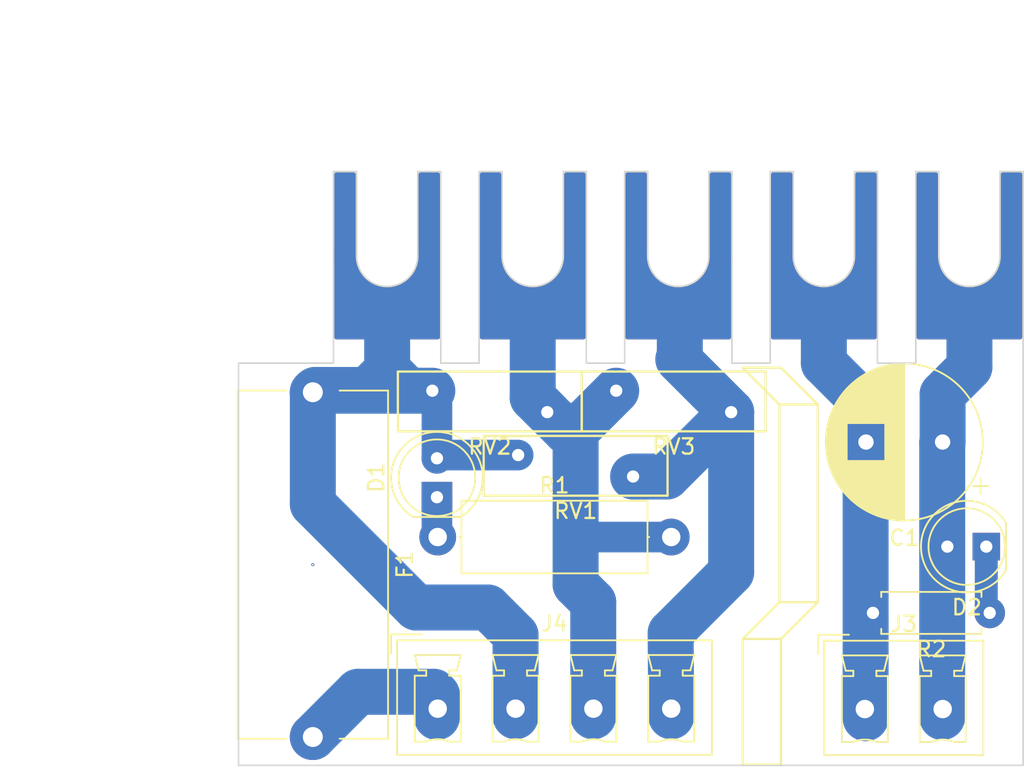
<source format=kicad_pcb>
(kicad_pcb (version 20171130) (host pcbnew 5.1.5+dfsg1-2build2)

  (general
    (thickness 1.6)
    (drawings 119)
    (tracks 60)
    (zones 0)
    (modules 11)
    (nets 9)
  )

  (page A4)
  (title_block
    (title "pcb coupled protection for power supply")
    (date 2022-04-26)
    (rev 2)
    (comment 1 "Tec. Henrique Silva")
    (comment 2 "Adjust mesaures")
  )

  (layers
    (0 F.Cu signal)
    (31 B.Cu signal)
    (32 B.Adhes user)
    (33 F.Adhes user)
    (34 B.Paste user)
    (35 F.Paste user)
    (36 B.SilkS user)
    (37 F.SilkS user)
    (38 B.Mask user)
    (39 F.Mask user)
    (40 Dwgs.User user)
    (41 Cmts.User user)
    (42 Eco1.User user)
    (43 Eco2.User user)
    (44 Edge.Cuts user)
    (45 Margin user)
    (46 B.CrtYd user)
    (47 F.CrtYd user)
    (48 B.Fab user)
    (49 F.Fab user)
  )

  (setup
    (last_trace_width 2)
    (user_trace_width 1.5)
    (user_trace_width 2)
    (user_trace_width 3)
    (user_trace_width 4)
    (user_trace_width 6)
    (trace_clearance 0.2)
    (zone_clearance 0.508)
    (zone_45_only no)
    (trace_min 0.2)
    (via_size 0.8)
    (via_drill 0.4)
    (via_min_size 0.4)
    (via_min_drill 0.3)
    (uvia_size 0.3)
    (uvia_drill 0.1)
    (uvias_allowed no)
    (uvia_min_size 0.2)
    (uvia_min_drill 0.1)
    (edge_width 0.05)
    (segment_width 0.2)
    (pcb_text_width 0.3)
    (pcb_text_size 1.5 1.5)
    (mod_edge_width 0.12)
    (mod_text_size 1 1)
    (mod_text_width 0.15)
    (pad_size 6.5 10.5)
    (pad_drill 4)
    (pad_to_mask_clearance 0.051)
    (solder_mask_min_width 0.25)
    (aux_axis_origin 0 0)
    (visible_elements FFFFFF7F)
    (pcbplotparams
      (layerselection 0x010fc_ffffffff)
      (usegerberextensions false)
      (usegerberattributes false)
      (usegerberadvancedattributes false)
      (creategerberjobfile false)
      (excludeedgelayer true)
      (linewidth 0.100000)
      (plotframeref false)
      (viasonmask false)
      (mode 1)
      (useauxorigin false)
      (hpglpennumber 1)
      (hpglpenspeed 20)
      (hpglpendiameter 15.000000)
      (psnegative false)
      (psa4output false)
      (plotreference true)
      (plotvalue true)
      (plotinvisibletext false)
      (padsonsilk false)
      (subtractmaskfromsilk false)
      (outputformat 1)
      (mirror false)
      (drillshape 1)
      (scaleselection 1)
      (outputdirectory ""))
  )

  (net 0 "")
  (net 1 "Net-(F1-Pad2)")
  (net 2 "Net-(C1-Pad1)")
  (net 3 "Net-(D1-Pad1)")
  (net 4 "Net-(D2-Pad1)")
  (net 5 GND)
  (net 6 "Net-(J4-Pad3)")
  (net 7 /LINE_OUT)
  (net 8 "Net-(J12-Pad1)")

  (net_class Default "This is the default net class."
    (clearance 0.2)
    (trace_width 0.25)
    (via_dia 0.8)
    (via_drill 0.4)
    (uvia_dia 0.3)
    (uvia_drill 0.1)
    (add_net /LINE_OUT)
    (add_net GND)
    (add_net "Net-(C1-Pad1)")
    (add_net "Net-(D1-Pad1)")
    (add_net "Net-(D2-Pad1)")
    (add_net "Net-(F1-Pad2)")
    (add_net "Net-(J12-Pad1)")
    (add_net "Net-(J4-Pad3)")
  )

  (module Connector_Phoenix_MC_HighVoltage:PhoenixContact_MCV_1,5_4-G-5.08_1x04_P5.08mm_Vertical (layer F.Cu) (tedit 5B784ED3) (tstamp 62683338)
    (at 137.9 113.25)
    (descr "Generic Phoenix Contact connector footprint for: MCV_1,5/4-G-5.08; number of pins: 04; pin pitch: 5.08mm; Vertical || order number: 1836312 8A 320V")
    (tags "phoenix_contact connector MCV_01x04_G_5.08mm")
    (path /6269C406)
    (fp_text reference J4 (at 7.62 -5.55) (layer F.SilkS)
      (effects (font (size 1 1) (thickness 0.15)))
    )
    (fp_text value PWR (at 7.62 4.1) (layer F.Fab)
      (effects (font (size 1 1) (thickness 0.15)))
    )
    (fp_text user %R (at 7.62 -3.65) (layer F.Fab)
      (effects (font (size 1 1) (thickness 0.15)))
    )
    (fp_line (start -3.04 -4.85) (end -1.04 -4.85) (layer F.Fab) (width 0.1))
    (fp_line (start -3.04 -3.6) (end -3.04 -4.85) (layer F.Fab) (width 0.1))
    (fp_line (start -3.04 -4.85) (end -1.04 -4.85) (layer F.SilkS) (width 0.12))
    (fp_line (start -3.04 -3.6) (end -3.04 -4.85) (layer F.SilkS) (width 0.12))
    (fp_line (start 18.28 -4.85) (end -3.04 -4.85) (layer F.CrtYd) (width 0.05))
    (fp_line (start 18.28 3.4) (end 18.28 -4.85) (layer F.CrtYd) (width 0.05))
    (fp_line (start -3.04 3.4) (end 18.28 3.4) (layer F.CrtYd) (width 0.05))
    (fp_line (start -3.04 -4.85) (end -3.04 3.4) (layer F.CrtYd) (width 0.05))
    (fp_line (start 16.74 2.15) (end 15.99 2.15) (layer F.SilkS) (width 0.12))
    (fp_line (start 16.74 -2.15) (end 16.74 2.15) (layer F.SilkS) (width 0.12))
    (fp_line (start 15.99 -2.15) (end 16.74 -2.15) (layer F.SilkS) (width 0.12))
    (fp_line (start 15.99 -2.5) (end 15.99 -2.15) (layer F.SilkS) (width 0.12))
    (fp_line (start 16.49 -2.5) (end 15.99 -2.5) (layer F.SilkS) (width 0.12))
    (fp_line (start 16.74 -3.5) (end 16.49 -2.5) (layer F.SilkS) (width 0.12))
    (fp_line (start 13.74 -3.5) (end 16.74 -3.5) (layer F.SilkS) (width 0.12))
    (fp_line (start 13.99 -2.5) (end 13.74 -3.5) (layer F.SilkS) (width 0.12))
    (fp_line (start 14.49 -2.5) (end 13.99 -2.5) (layer F.SilkS) (width 0.12))
    (fp_line (start 14.49 -2.15) (end 14.49 -2.5) (layer F.SilkS) (width 0.12))
    (fp_line (start 13.74 -2.15) (end 14.49 -2.15) (layer F.SilkS) (width 0.12))
    (fp_line (start 13.74 2.15) (end 13.74 -2.15) (layer F.SilkS) (width 0.12))
    (fp_line (start 14.49 2.15) (end 13.74 2.15) (layer F.SilkS) (width 0.12))
    (fp_line (start 11.66 2.15) (end 10.91 2.15) (layer F.SilkS) (width 0.12))
    (fp_line (start 11.66 -2.15) (end 11.66 2.15) (layer F.SilkS) (width 0.12))
    (fp_line (start 10.91 -2.15) (end 11.66 -2.15) (layer F.SilkS) (width 0.12))
    (fp_line (start 10.91 -2.5) (end 10.91 -2.15) (layer F.SilkS) (width 0.12))
    (fp_line (start 11.41 -2.5) (end 10.91 -2.5) (layer F.SilkS) (width 0.12))
    (fp_line (start 11.66 -3.5) (end 11.41 -2.5) (layer F.SilkS) (width 0.12))
    (fp_line (start 8.66 -3.5) (end 11.66 -3.5) (layer F.SilkS) (width 0.12))
    (fp_line (start 8.91 -2.5) (end 8.66 -3.5) (layer F.SilkS) (width 0.12))
    (fp_line (start 9.41 -2.5) (end 8.91 -2.5) (layer F.SilkS) (width 0.12))
    (fp_line (start 9.41 -2.15) (end 9.41 -2.5) (layer F.SilkS) (width 0.12))
    (fp_line (start 8.66 -2.15) (end 9.41 -2.15) (layer F.SilkS) (width 0.12))
    (fp_line (start 8.66 2.15) (end 8.66 -2.15) (layer F.SilkS) (width 0.12))
    (fp_line (start 9.41 2.15) (end 8.66 2.15) (layer F.SilkS) (width 0.12))
    (fp_line (start 6.58 2.15) (end 5.83 2.15) (layer F.SilkS) (width 0.12))
    (fp_line (start 6.58 -2.15) (end 6.58 2.15) (layer F.SilkS) (width 0.12))
    (fp_line (start 5.83 -2.15) (end 6.58 -2.15) (layer F.SilkS) (width 0.12))
    (fp_line (start 5.83 -2.5) (end 5.83 -2.15) (layer F.SilkS) (width 0.12))
    (fp_line (start 6.33 -2.5) (end 5.83 -2.5) (layer F.SilkS) (width 0.12))
    (fp_line (start 6.58 -3.5) (end 6.33 -2.5) (layer F.SilkS) (width 0.12))
    (fp_line (start 3.58 -3.5) (end 6.58 -3.5) (layer F.SilkS) (width 0.12))
    (fp_line (start 3.83 -2.5) (end 3.58 -3.5) (layer F.SilkS) (width 0.12))
    (fp_line (start 4.33 -2.5) (end 3.83 -2.5) (layer F.SilkS) (width 0.12))
    (fp_line (start 4.33 -2.15) (end 4.33 -2.5) (layer F.SilkS) (width 0.12))
    (fp_line (start 3.58 -2.15) (end 4.33 -2.15) (layer F.SilkS) (width 0.12))
    (fp_line (start 3.58 2.15) (end 3.58 -2.15) (layer F.SilkS) (width 0.12))
    (fp_line (start 4.33 2.15) (end 3.58 2.15) (layer F.SilkS) (width 0.12))
    (fp_line (start 1.5 2.15) (end 0.75 2.15) (layer F.SilkS) (width 0.12))
    (fp_line (start 1.5 -2.15) (end 1.5 2.15) (layer F.SilkS) (width 0.12))
    (fp_line (start 0.75 -2.15) (end 1.5 -2.15) (layer F.SilkS) (width 0.12))
    (fp_line (start 0.75 -2.5) (end 0.75 -2.15) (layer F.SilkS) (width 0.12))
    (fp_line (start 1.25 -2.5) (end 0.75 -2.5) (layer F.SilkS) (width 0.12))
    (fp_line (start 1.5 -3.5) (end 1.25 -2.5) (layer F.SilkS) (width 0.12))
    (fp_line (start -1.5 -3.5) (end 1.5 -3.5) (layer F.SilkS) (width 0.12))
    (fp_line (start -1.25 -2.5) (end -1.5 -3.5) (layer F.SilkS) (width 0.12))
    (fp_line (start -0.75 -2.5) (end -1.25 -2.5) (layer F.SilkS) (width 0.12))
    (fp_line (start -0.75 -2.15) (end -0.75 -2.5) (layer F.SilkS) (width 0.12))
    (fp_line (start -1.5 -2.15) (end -0.75 -2.15) (layer F.SilkS) (width 0.12))
    (fp_line (start -1.5 2.15) (end -1.5 -2.15) (layer F.SilkS) (width 0.12))
    (fp_line (start -0.75 2.15) (end -1.5 2.15) (layer F.SilkS) (width 0.12))
    (fp_line (start 17.78 -4.35) (end -2.54 -4.35) (layer F.Fab) (width 0.1))
    (fp_line (start 17.78 2.9) (end 17.78 -4.35) (layer F.Fab) (width 0.1))
    (fp_line (start -2.54 2.9) (end 17.78 2.9) (layer F.Fab) (width 0.1))
    (fp_line (start -2.54 -4.35) (end -2.54 2.9) (layer F.Fab) (width 0.1))
    (fp_line (start 17.89 -4.46) (end -2.65 -4.46) (layer F.SilkS) (width 0.12))
    (fp_line (start 17.89 3.01) (end 17.89 -4.46) (layer F.SilkS) (width 0.12))
    (fp_line (start -2.65 3.01) (end 17.89 3.01) (layer F.SilkS) (width 0.12))
    (fp_line (start -2.65 -4.46) (end -2.65 3.01) (layer F.SilkS) (width 0.12))
    (fp_arc (start 15.24 3.85) (end 14.49 2.15) (angle 47.6) (layer F.SilkS) (width 0.12))
    (fp_arc (start 10.16 3.85) (end 9.41 2.15) (angle 47.6) (layer F.SilkS) (width 0.12))
    (fp_arc (start 5.08 3.85) (end 4.33 2.15) (angle 47.6) (layer F.SilkS) (width 0.12))
    (fp_arc (start 0 3.85) (end -0.75 2.15) (angle 47.6) (layer F.SilkS) (width 0.12))
    (pad 4 thru_hole oval (at 15.24 0) (size 1.8 3.6) (drill 1.2) (layers *.Cu *.Mask)
      (net 8 "Net-(J12-Pad1)"))
    (pad 3 thru_hole oval (at 10.16 0) (size 1.8 3.6) (drill 1.2) (layers *.Cu *.Mask)
      (net 6 "Net-(J4-Pad3)"))
    (pad 2 thru_hole oval (at 5.08 0) (size 1.8 3.6) (drill 1.2) (layers *.Cu *.Mask)
      (net 7 /LINE_OUT))
    (pad 1 thru_hole roundrect (at 0 0) (size 1.8 3.6) (drill 1.2) (layers *.Cu *.Mask) (roundrect_rratio 0.138889)
      (net 1 "Net-(F1-Pad2)"))
    (model ${KISYS3DMOD}/Connector_Phoenix_MC_HighVoltage.3dshapes/PhoenixContact_MCV_1,5_4-G-5.08_1x04_P5.08mm_Vertical.wrl
      (at (xyz 0 0 0))
      (scale (xyz 1 1 1))
      (rotate (xyz 0 0 0))
    )
  )

  (module Capacitor_THT:CP_Radial_D10.0mm_P5.00mm (layer F.Cu) (tedit 5AE50EF1) (tstamp 626811AF)
    (at 170.85 95.85 180)
    (descr "CP, Radial series, Radial, pin pitch=5.00mm, , diameter=10mm, Electrolytic Capacitor")
    (tags "CP Radial series Radial pin pitch 5.00mm  diameter 10mm Electrolytic Capacitor")
    (path /625C8BBD)
    (fp_text reference C1 (at 2.5 -6.25) (layer F.SilkS)
      (effects (font (size 1 1) (thickness 0.15)))
    )
    (fp_text value CP (at 2.5 6.25) (layer F.Fab)
      (effects (font (size 1 1) (thickness 0.15)))
    )
    (fp_text user %R (at 2.5 0) (layer F.Fab)
      (effects (font (size 1 1) (thickness 0.15)))
    )
    (fp_line (start -2.479646 -3.375) (end -2.479646 -2.375) (layer F.SilkS) (width 0.12))
    (fp_line (start -2.979646 -2.875) (end -1.979646 -2.875) (layer F.SilkS) (width 0.12))
    (fp_line (start 7.581 -0.599) (end 7.581 0.599) (layer F.SilkS) (width 0.12))
    (fp_line (start 7.541 -0.862) (end 7.541 0.862) (layer F.SilkS) (width 0.12))
    (fp_line (start 7.501 -1.062) (end 7.501 1.062) (layer F.SilkS) (width 0.12))
    (fp_line (start 7.461 -1.23) (end 7.461 1.23) (layer F.SilkS) (width 0.12))
    (fp_line (start 7.421 -1.378) (end 7.421 1.378) (layer F.SilkS) (width 0.12))
    (fp_line (start 7.381 -1.51) (end 7.381 1.51) (layer F.SilkS) (width 0.12))
    (fp_line (start 7.341 -1.63) (end 7.341 1.63) (layer F.SilkS) (width 0.12))
    (fp_line (start 7.301 -1.742) (end 7.301 1.742) (layer F.SilkS) (width 0.12))
    (fp_line (start 7.261 -1.846) (end 7.261 1.846) (layer F.SilkS) (width 0.12))
    (fp_line (start 7.221 -1.944) (end 7.221 1.944) (layer F.SilkS) (width 0.12))
    (fp_line (start 7.181 -2.037) (end 7.181 2.037) (layer F.SilkS) (width 0.12))
    (fp_line (start 7.141 -2.125) (end 7.141 2.125) (layer F.SilkS) (width 0.12))
    (fp_line (start 7.101 -2.209) (end 7.101 2.209) (layer F.SilkS) (width 0.12))
    (fp_line (start 7.061 -2.289) (end 7.061 2.289) (layer F.SilkS) (width 0.12))
    (fp_line (start 7.021 -2.365) (end 7.021 2.365) (layer F.SilkS) (width 0.12))
    (fp_line (start 6.981 -2.439) (end 6.981 2.439) (layer F.SilkS) (width 0.12))
    (fp_line (start 6.941 -2.51) (end 6.941 2.51) (layer F.SilkS) (width 0.12))
    (fp_line (start 6.901 -2.579) (end 6.901 2.579) (layer F.SilkS) (width 0.12))
    (fp_line (start 6.861 -2.645) (end 6.861 2.645) (layer F.SilkS) (width 0.12))
    (fp_line (start 6.821 -2.709) (end 6.821 2.709) (layer F.SilkS) (width 0.12))
    (fp_line (start 6.781 -2.77) (end 6.781 2.77) (layer F.SilkS) (width 0.12))
    (fp_line (start 6.741 -2.83) (end 6.741 2.83) (layer F.SilkS) (width 0.12))
    (fp_line (start 6.701 -2.889) (end 6.701 2.889) (layer F.SilkS) (width 0.12))
    (fp_line (start 6.661 -2.945) (end 6.661 2.945) (layer F.SilkS) (width 0.12))
    (fp_line (start 6.621 -3) (end 6.621 3) (layer F.SilkS) (width 0.12))
    (fp_line (start 6.581 -3.054) (end 6.581 3.054) (layer F.SilkS) (width 0.12))
    (fp_line (start 6.541 -3.106) (end 6.541 3.106) (layer F.SilkS) (width 0.12))
    (fp_line (start 6.501 -3.156) (end 6.501 3.156) (layer F.SilkS) (width 0.12))
    (fp_line (start 6.461 -3.206) (end 6.461 3.206) (layer F.SilkS) (width 0.12))
    (fp_line (start 6.421 -3.254) (end 6.421 3.254) (layer F.SilkS) (width 0.12))
    (fp_line (start 6.381 -3.301) (end 6.381 3.301) (layer F.SilkS) (width 0.12))
    (fp_line (start 6.341 -3.347) (end 6.341 3.347) (layer F.SilkS) (width 0.12))
    (fp_line (start 6.301 -3.392) (end 6.301 3.392) (layer F.SilkS) (width 0.12))
    (fp_line (start 6.261 -3.436) (end 6.261 3.436) (layer F.SilkS) (width 0.12))
    (fp_line (start 6.221 1.241) (end 6.221 3.478) (layer F.SilkS) (width 0.12))
    (fp_line (start 6.221 -3.478) (end 6.221 -1.241) (layer F.SilkS) (width 0.12))
    (fp_line (start 6.181 1.241) (end 6.181 3.52) (layer F.SilkS) (width 0.12))
    (fp_line (start 6.181 -3.52) (end 6.181 -1.241) (layer F.SilkS) (width 0.12))
    (fp_line (start 6.141 1.241) (end 6.141 3.561) (layer F.SilkS) (width 0.12))
    (fp_line (start 6.141 -3.561) (end 6.141 -1.241) (layer F.SilkS) (width 0.12))
    (fp_line (start 6.101 1.241) (end 6.101 3.601) (layer F.SilkS) (width 0.12))
    (fp_line (start 6.101 -3.601) (end 6.101 -1.241) (layer F.SilkS) (width 0.12))
    (fp_line (start 6.061 1.241) (end 6.061 3.64) (layer F.SilkS) (width 0.12))
    (fp_line (start 6.061 -3.64) (end 6.061 -1.241) (layer F.SilkS) (width 0.12))
    (fp_line (start 6.021 1.241) (end 6.021 3.679) (layer F.SilkS) (width 0.12))
    (fp_line (start 6.021 -3.679) (end 6.021 -1.241) (layer F.SilkS) (width 0.12))
    (fp_line (start 5.981 1.241) (end 5.981 3.716) (layer F.SilkS) (width 0.12))
    (fp_line (start 5.981 -3.716) (end 5.981 -1.241) (layer F.SilkS) (width 0.12))
    (fp_line (start 5.941 1.241) (end 5.941 3.753) (layer F.SilkS) (width 0.12))
    (fp_line (start 5.941 -3.753) (end 5.941 -1.241) (layer F.SilkS) (width 0.12))
    (fp_line (start 5.901 1.241) (end 5.901 3.789) (layer F.SilkS) (width 0.12))
    (fp_line (start 5.901 -3.789) (end 5.901 -1.241) (layer F.SilkS) (width 0.12))
    (fp_line (start 5.861 1.241) (end 5.861 3.824) (layer F.SilkS) (width 0.12))
    (fp_line (start 5.861 -3.824) (end 5.861 -1.241) (layer F.SilkS) (width 0.12))
    (fp_line (start 5.821 1.241) (end 5.821 3.858) (layer F.SilkS) (width 0.12))
    (fp_line (start 5.821 -3.858) (end 5.821 -1.241) (layer F.SilkS) (width 0.12))
    (fp_line (start 5.781 1.241) (end 5.781 3.892) (layer F.SilkS) (width 0.12))
    (fp_line (start 5.781 -3.892) (end 5.781 -1.241) (layer F.SilkS) (width 0.12))
    (fp_line (start 5.741 1.241) (end 5.741 3.925) (layer F.SilkS) (width 0.12))
    (fp_line (start 5.741 -3.925) (end 5.741 -1.241) (layer F.SilkS) (width 0.12))
    (fp_line (start 5.701 1.241) (end 5.701 3.957) (layer F.SilkS) (width 0.12))
    (fp_line (start 5.701 -3.957) (end 5.701 -1.241) (layer F.SilkS) (width 0.12))
    (fp_line (start 5.661 1.241) (end 5.661 3.989) (layer F.SilkS) (width 0.12))
    (fp_line (start 5.661 -3.989) (end 5.661 -1.241) (layer F.SilkS) (width 0.12))
    (fp_line (start 5.621 1.241) (end 5.621 4.02) (layer F.SilkS) (width 0.12))
    (fp_line (start 5.621 -4.02) (end 5.621 -1.241) (layer F.SilkS) (width 0.12))
    (fp_line (start 5.581 1.241) (end 5.581 4.05) (layer F.SilkS) (width 0.12))
    (fp_line (start 5.581 -4.05) (end 5.581 -1.241) (layer F.SilkS) (width 0.12))
    (fp_line (start 5.541 1.241) (end 5.541 4.08) (layer F.SilkS) (width 0.12))
    (fp_line (start 5.541 -4.08) (end 5.541 -1.241) (layer F.SilkS) (width 0.12))
    (fp_line (start 5.501 1.241) (end 5.501 4.11) (layer F.SilkS) (width 0.12))
    (fp_line (start 5.501 -4.11) (end 5.501 -1.241) (layer F.SilkS) (width 0.12))
    (fp_line (start 5.461 1.241) (end 5.461 4.138) (layer F.SilkS) (width 0.12))
    (fp_line (start 5.461 -4.138) (end 5.461 -1.241) (layer F.SilkS) (width 0.12))
    (fp_line (start 5.421 1.241) (end 5.421 4.166) (layer F.SilkS) (width 0.12))
    (fp_line (start 5.421 -4.166) (end 5.421 -1.241) (layer F.SilkS) (width 0.12))
    (fp_line (start 5.381 1.241) (end 5.381 4.194) (layer F.SilkS) (width 0.12))
    (fp_line (start 5.381 -4.194) (end 5.381 -1.241) (layer F.SilkS) (width 0.12))
    (fp_line (start 5.341 1.241) (end 5.341 4.221) (layer F.SilkS) (width 0.12))
    (fp_line (start 5.341 -4.221) (end 5.341 -1.241) (layer F.SilkS) (width 0.12))
    (fp_line (start 5.301 1.241) (end 5.301 4.247) (layer F.SilkS) (width 0.12))
    (fp_line (start 5.301 -4.247) (end 5.301 -1.241) (layer F.SilkS) (width 0.12))
    (fp_line (start 5.261 1.241) (end 5.261 4.273) (layer F.SilkS) (width 0.12))
    (fp_line (start 5.261 -4.273) (end 5.261 -1.241) (layer F.SilkS) (width 0.12))
    (fp_line (start 5.221 1.241) (end 5.221 4.298) (layer F.SilkS) (width 0.12))
    (fp_line (start 5.221 -4.298) (end 5.221 -1.241) (layer F.SilkS) (width 0.12))
    (fp_line (start 5.181 1.241) (end 5.181 4.323) (layer F.SilkS) (width 0.12))
    (fp_line (start 5.181 -4.323) (end 5.181 -1.241) (layer F.SilkS) (width 0.12))
    (fp_line (start 5.141 1.241) (end 5.141 4.347) (layer F.SilkS) (width 0.12))
    (fp_line (start 5.141 -4.347) (end 5.141 -1.241) (layer F.SilkS) (width 0.12))
    (fp_line (start 5.101 1.241) (end 5.101 4.371) (layer F.SilkS) (width 0.12))
    (fp_line (start 5.101 -4.371) (end 5.101 -1.241) (layer F.SilkS) (width 0.12))
    (fp_line (start 5.061 1.241) (end 5.061 4.395) (layer F.SilkS) (width 0.12))
    (fp_line (start 5.061 -4.395) (end 5.061 -1.241) (layer F.SilkS) (width 0.12))
    (fp_line (start 5.021 1.241) (end 5.021 4.417) (layer F.SilkS) (width 0.12))
    (fp_line (start 5.021 -4.417) (end 5.021 -1.241) (layer F.SilkS) (width 0.12))
    (fp_line (start 4.981 1.241) (end 4.981 4.44) (layer F.SilkS) (width 0.12))
    (fp_line (start 4.981 -4.44) (end 4.981 -1.241) (layer F.SilkS) (width 0.12))
    (fp_line (start 4.941 1.241) (end 4.941 4.462) (layer F.SilkS) (width 0.12))
    (fp_line (start 4.941 -4.462) (end 4.941 -1.241) (layer F.SilkS) (width 0.12))
    (fp_line (start 4.901 1.241) (end 4.901 4.483) (layer F.SilkS) (width 0.12))
    (fp_line (start 4.901 -4.483) (end 4.901 -1.241) (layer F.SilkS) (width 0.12))
    (fp_line (start 4.861 1.241) (end 4.861 4.504) (layer F.SilkS) (width 0.12))
    (fp_line (start 4.861 -4.504) (end 4.861 -1.241) (layer F.SilkS) (width 0.12))
    (fp_line (start 4.821 1.241) (end 4.821 4.525) (layer F.SilkS) (width 0.12))
    (fp_line (start 4.821 -4.525) (end 4.821 -1.241) (layer F.SilkS) (width 0.12))
    (fp_line (start 4.781 1.241) (end 4.781 4.545) (layer F.SilkS) (width 0.12))
    (fp_line (start 4.781 -4.545) (end 4.781 -1.241) (layer F.SilkS) (width 0.12))
    (fp_line (start 4.741 1.241) (end 4.741 4.564) (layer F.SilkS) (width 0.12))
    (fp_line (start 4.741 -4.564) (end 4.741 -1.241) (layer F.SilkS) (width 0.12))
    (fp_line (start 4.701 1.241) (end 4.701 4.584) (layer F.SilkS) (width 0.12))
    (fp_line (start 4.701 -4.584) (end 4.701 -1.241) (layer F.SilkS) (width 0.12))
    (fp_line (start 4.661 1.241) (end 4.661 4.603) (layer F.SilkS) (width 0.12))
    (fp_line (start 4.661 -4.603) (end 4.661 -1.241) (layer F.SilkS) (width 0.12))
    (fp_line (start 4.621 1.241) (end 4.621 4.621) (layer F.SilkS) (width 0.12))
    (fp_line (start 4.621 -4.621) (end 4.621 -1.241) (layer F.SilkS) (width 0.12))
    (fp_line (start 4.581 1.241) (end 4.581 4.639) (layer F.SilkS) (width 0.12))
    (fp_line (start 4.581 -4.639) (end 4.581 -1.241) (layer F.SilkS) (width 0.12))
    (fp_line (start 4.541 1.241) (end 4.541 4.657) (layer F.SilkS) (width 0.12))
    (fp_line (start 4.541 -4.657) (end 4.541 -1.241) (layer F.SilkS) (width 0.12))
    (fp_line (start 4.501 1.241) (end 4.501 4.674) (layer F.SilkS) (width 0.12))
    (fp_line (start 4.501 -4.674) (end 4.501 -1.241) (layer F.SilkS) (width 0.12))
    (fp_line (start 4.461 1.241) (end 4.461 4.69) (layer F.SilkS) (width 0.12))
    (fp_line (start 4.461 -4.69) (end 4.461 -1.241) (layer F.SilkS) (width 0.12))
    (fp_line (start 4.421 1.241) (end 4.421 4.707) (layer F.SilkS) (width 0.12))
    (fp_line (start 4.421 -4.707) (end 4.421 -1.241) (layer F.SilkS) (width 0.12))
    (fp_line (start 4.381 1.241) (end 4.381 4.723) (layer F.SilkS) (width 0.12))
    (fp_line (start 4.381 -4.723) (end 4.381 -1.241) (layer F.SilkS) (width 0.12))
    (fp_line (start 4.341 1.241) (end 4.341 4.738) (layer F.SilkS) (width 0.12))
    (fp_line (start 4.341 -4.738) (end 4.341 -1.241) (layer F.SilkS) (width 0.12))
    (fp_line (start 4.301 1.241) (end 4.301 4.754) (layer F.SilkS) (width 0.12))
    (fp_line (start 4.301 -4.754) (end 4.301 -1.241) (layer F.SilkS) (width 0.12))
    (fp_line (start 4.261 1.241) (end 4.261 4.768) (layer F.SilkS) (width 0.12))
    (fp_line (start 4.261 -4.768) (end 4.261 -1.241) (layer F.SilkS) (width 0.12))
    (fp_line (start 4.221 1.241) (end 4.221 4.783) (layer F.SilkS) (width 0.12))
    (fp_line (start 4.221 -4.783) (end 4.221 -1.241) (layer F.SilkS) (width 0.12))
    (fp_line (start 4.181 1.241) (end 4.181 4.797) (layer F.SilkS) (width 0.12))
    (fp_line (start 4.181 -4.797) (end 4.181 -1.241) (layer F.SilkS) (width 0.12))
    (fp_line (start 4.141 1.241) (end 4.141 4.811) (layer F.SilkS) (width 0.12))
    (fp_line (start 4.141 -4.811) (end 4.141 -1.241) (layer F.SilkS) (width 0.12))
    (fp_line (start 4.101 1.241) (end 4.101 4.824) (layer F.SilkS) (width 0.12))
    (fp_line (start 4.101 -4.824) (end 4.101 -1.241) (layer F.SilkS) (width 0.12))
    (fp_line (start 4.061 1.241) (end 4.061 4.837) (layer F.SilkS) (width 0.12))
    (fp_line (start 4.061 -4.837) (end 4.061 -1.241) (layer F.SilkS) (width 0.12))
    (fp_line (start 4.021 1.241) (end 4.021 4.85) (layer F.SilkS) (width 0.12))
    (fp_line (start 4.021 -4.85) (end 4.021 -1.241) (layer F.SilkS) (width 0.12))
    (fp_line (start 3.981 1.241) (end 3.981 4.862) (layer F.SilkS) (width 0.12))
    (fp_line (start 3.981 -4.862) (end 3.981 -1.241) (layer F.SilkS) (width 0.12))
    (fp_line (start 3.941 1.241) (end 3.941 4.874) (layer F.SilkS) (width 0.12))
    (fp_line (start 3.941 -4.874) (end 3.941 -1.241) (layer F.SilkS) (width 0.12))
    (fp_line (start 3.901 1.241) (end 3.901 4.885) (layer F.SilkS) (width 0.12))
    (fp_line (start 3.901 -4.885) (end 3.901 -1.241) (layer F.SilkS) (width 0.12))
    (fp_line (start 3.861 1.241) (end 3.861 4.897) (layer F.SilkS) (width 0.12))
    (fp_line (start 3.861 -4.897) (end 3.861 -1.241) (layer F.SilkS) (width 0.12))
    (fp_line (start 3.821 1.241) (end 3.821 4.907) (layer F.SilkS) (width 0.12))
    (fp_line (start 3.821 -4.907) (end 3.821 -1.241) (layer F.SilkS) (width 0.12))
    (fp_line (start 3.781 1.241) (end 3.781 4.918) (layer F.SilkS) (width 0.12))
    (fp_line (start 3.781 -4.918) (end 3.781 -1.241) (layer F.SilkS) (width 0.12))
    (fp_line (start 3.741 -4.928) (end 3.741 4.928) (layer F.SilkS) (width 0.12))
    (fp_line (start 3.701 -4.938) (end 3.701 4.938) (layer F.SilkS) (width 0.12))
    (fp_line (start 3.661 -4.947) (end 3.661 4.947) (layer F.SilkS) (width 0.12))
    (fp_line (start 3.621 -4.956) (end 3.621 4.956) (layer F.SilkS) (width 0.12))
    (fp_line (start 3.581 -4.965) (end 3.581 4.965) (layer F.SilkS) (width 0.12))
    (fp_line (start 3.541 -4.974) (end 3.541 4.974) (layer F.SilkS) (width 0.12))
    (fp_line (start 3.501 -4.982) (end 3.501 4.982) (layer F.SilkS) (width 0.12))
    (fp_line (start 3.461 -4.99) (end 3.461 4.99) (layer F.SilkS) (width 0.12))
    (fp_line (start 3.421 -4.997) (end 3.421 4.997) (layer F.SilkS) (width 0.12))
    (fp_line (start 3.381 -5.004) (end 3.381 5.004) (layer F.SilkS) (width 0.12))
    (fp_line (start 3.341 -5.011) (end 3.341 5.011) (layer F.SilkS) (width 0.12))
    (fp_line (start 3.301 -5.018) (end 3.301 5.018) (layer F.SilkS) (width 0.12))
    (fp_line (start 3.261 -5.024) (end 3.261 5.024) (layer F.SilkS) (width 0.12))
    (fp_line (start 3.221 -5.03) (end 3.221 5.03) (layer F.SilkS) (width 0.12))
    (fp_line (start 3.18 -5.035) (end 3.18 5.035) (layer F.SilkS) (width 0.12))
    (fp_line (start 3.14 -5.04) (end 3.14 5.04) (layer F.SilkS) (width 0.12))
    (fp_line (start 3.1 -5.045) (end 3.1 5.045) (layer F.SilkS) (width 0.12))
    (fp_line (start 3.06 -5.05) (end 3.06 5.05) (layer F.SilkS) (width 0.12))
    (fp_line (start 3.02 -5.054) (end 3.02 5.054) (layer F.SilkS) (width 0.12))
    (fp_line (start 2.98 -5.058) (end 2.98 5.058) (layer F.SilkS) (width 0.12))
    (fp_line (start 2.94 -5.062) (end 2.94 5.062) (layer F.SilkS) (width 0.12))
    (fp_line (start 2.9 -5.065) (end 2.9 5.065) (layer F.SilkS) (width 0.12))
    (fp_line (start 2.86 -5.068) (end 2.86 5.068) (layer F.SilkS) (width 0.12))
    (fp_line (start 2.82 -5.07) (end 2.82 5.07) (layer F.SilkS) (width 0.12))
    (fp_line (start 2.78 -5.073) (end 2.78 5.073) (layer F.SilkS) (width 0.12))
    (fp_line (start 2.74 -5.075) (end 2.74 5.075) (layer F.SilkS) (width 0.12))
    (fp_line (start 2.7 -5.077) (end 2.7 5.077) (layer F.SilkS) (width 0.12))
    (fp_line (start 2.66 -5.078) (end 2.66 5.078) (layer F.SilkS) (width 0.12))
    (fp_line (start 2.62 -5.079) (end 2.62 5.079) (layer F.SilkS) (width 0.12))
    (fp_line (start 2.58 -5.08) (end 2.58 5.08) (layer F.SilkS) (width 0.12))
    (fp_line (start 2.54 -5.08) (end 2.54 5.08) (layer F.SilkS) (width 0.12))
    (fp_line (start 2.5 -5.08) (end 2.5 5.08) (layer F.SilkS) (width 0.12))
    (fp_line (start -1.288861 -2.6875) (end -1.288861 -1.6875) (layer F.Fab) (width 0.1))
    (fp_line (start -1.788861 -2.1875) (end -0.788861 -2.1875) (layer F.Fab) (width 0.1))
    (fp_circle (center 2.5 0) (end 7.75 0) (layer F.CrtYd) (width 0.05))
    (fp_circle (center 2.5 0) (end 7.62 0) (layer F.SilkS) (width 0.12))
    (fp_circle (center 2.5 0) (end 7.5 0) (layer F.Fab) (width 0.1))
    (pad 2 thru_hole circle (at 5 0 180) (size 2 2) (drill 1) (layers *.Cu *.Mask)
      (net 5 GND))
    (pad 1 thru_hole rect (at 0 0 180) (size 2 2) (drill 1) (layers *.Cu *.Mask)
      (net 2 "Net-(C1-Pad1)"))
    (model ${KISYS3DMOD}/Capacitor_THT.3dshapes/CP_Radial_D10.0mm_P5.00mm.wrl
      (at (xyz 0 0 0))
      (scale (xyz 1 1 1))
      (rotate (xyz 0 0 0))
    )
  )

  (module Connector_Phoenix_MC_HighVoltage:PhoenixContact_MCV_1,5_2-G-5.08_1x02_P5.08mm_Vertical (layer F.Cu) (tedit 5B784ED3) (tstamp 6267FBE1)
    (at 165.775 113.275)
    (descr "Generic Phoenix Contact connector footprint for: MCV_1,5/2-G-5.08; number of pins: 02; pin pitch: 5.08mm; Vertical || order number: 1836299 8A 320V")
    (tags "phoenix_contact connector MCV_01x02_G_5.08mm")
    (path /626889BD)
    (fp_text reference J3 (at 2.54 -5.55) (layer F.SilkS)
      (effects (font (size 1 1) (thickness 0.15)))
    )
    (fp_text value PWR (at -0.85 -5.6) (layer F.Fab)
      (effects (font (size 1 1) (thickness 0.15)))
    )
    (fp_text user %R (at 2.54 -3.65) (layer F.Fab)
      (effects (font (size 1 1) (thickness 0.15)))
    )
    (fp_line (start -3.04 -4.85) (end -1.04 -4.85) (layer F.Fab) (width 0.1))
    (fp_line (start -3.04 -3.6) (end -3.04 -4.85) (layer F.Fab) (width 0.1))
    (fp_line (start -3.04 -4.85) (end -1.04 -4.85) (layer F.SilkS) (width 0.12))
    (fp_line (start -3.04 -3.6) (end -3.04 -4.85) (layer F.SilkS) (width 0.12))
    (fp_line (start 8.12 -4.85) (end -3.04 -4.85) (layer F.CrtYd) (width 0.05))
    (fp_line (start 8.12 3.4) (end 8.12 -4.85) (layer F.CrtYd) (width 0.05))
    (fp_line (start -3.04 3.4) (end 8.12 3.4) (layer F.CrtYd) (width 0.05))
    (fp_line (start -3.04 -4.85) (end -3.04 3.4) (layer F.CrtYd) (width 0.05))
    (fp_line (start 6.58 2.15) (end 5.83 2.15) (layer F.SilkS) (width 0.12))
    (fp_line (start 6.58 -2.15) (end 6.58 2.15) (layer F.SilkS) (width 0.12))
    (fp_line (start 5.83 -2.15) (end 6.58 -2.15) (layer F.SilkS) (width 0.12))
    (fp_line (start 5.83 -2.5) (end 5.83 -2.15) (layer F.SilkS) (width 0.12))
    (fp_line (start 6.33 -2.5) (end 5.83 -2.5) (layer F.SilkS) (width 0.12))
    (fp_line (start 6.58 -3.5) (end 6.33 -2.5) (layer F.SilkS) (width 0.12))
    (fp_line (start 3.58 -3.5) (end 6.58 -3.5) (layer F.SilkS) (width 0.12))
    (fp_line (start 3.83 -2.5) (end 3.58 -3.5) (layer F.SilkS) (width 0.12))
    (fp_line (start 4.33 -2.5) (end 3.83 -2.5) (layer F.SilkS) (width 0.12))
    (fp_line (start 4.33 -2.15) (end 4.33 -2.5) (layer F.SilkS) (width 0.12))
    (fp_line (start 3.58 -2.15) (end 4.33 -2.15) (layer F.SilkS) (width 0.12))
    (fp_line (start 3.58 2.15) (end 3.58 -2.15) (layer F.SilkS) (width 0.12))
    (fp_line (start 4.33 2.15) (end 3.58 2.15) (layer F.SilkS) (width 0.12))
    (fp_line (start 1.5 2.15) (end 0.75 2.15) (layer F.SilkS) (width 0.12))
    (fp_line (start 1.5 -2.15) (end 1.5 2.15) (layer F.SilkS) (width 0.12))
    (fp_line (start 0.75 -2.15) (end 1.5 -2.15) (layer F.SilkS) (width 0.12))
    (fp_line (start 0.75 -2.5) (end 0.75 -2.15) (layer F.SilkS) (width 0.12))
    (fp_line (start 1.25 -2.5) (end 0.75 -2.5) (layer F.SilkS) (width 0.12))
    (fp_line (start 1.5 -3.5) (end 1.25 -2.5) (layer F.SilkS) (width 0.12))
    (fp_line (start -1.5 -3.5) (end 1.5 -3.5) (layer F.SilkS) (width 0.12))
    (fp_line (start -1.25 -2.5) (end -1.5 -3.5) (layer F.SilkS) (width 0.12))
    (fp_line (start -0.75 -2.5) (end -1.25 -2.5) (layer F.SilkS) (width 0.12))
    (fp_line (start -0.75 -2.15) (end -0.75 -2.5) (layer F.SilkS) (width 0.12))
    (fp_line (start -1.5 -2.15) (end -0.75 -2.15) (layer F.SilkS) (width 0.12))
    (fp_line (start -1.5 2.15) (end -1.5 -2.15) (layer F.SilkS) (width 0.12))
    (fp_line (start -0.75 2.15) (end -1.5 2.15) (layer F.SilkS) (width 0.12))
    (fp_line (start 7.62 -4.35) (end -2.54 -4.35) (layer F.Fab) (width 0.1))
    (fp_line (start 7.62 2.9) (end 7.62 -4.35) (layer F.Fab) (width 0.1))
    (fp_line (start -2.54 2.9) (end 7.62 2.9) (layer F.Fab) (width 0.1))
    (fp_line (start -2.54 -4.35) (end -2.54 2.9) (layer F.Fab) (width 0.1))
    (fp_line (start 7.73 -4.46) (end -2.65 -4.46) (layer F.SilkS) (width 0.12))
    (fp_line (start 7.73 3.01) (end 7.73 -4.46) (layer F.SilkS) (width 0.12))
    (fp_line (start -2.65 3.01) (end 7.73 3.01) (layer F.SilkS) (width 0.12))
    (fp_line (start -2.65 -4.46) (end -2.65 3.01) (layer F.SilkS) (width 0.12))
    (fp_arc (start 5.08 3.85) (end 4.33 2.15) (angle 47.6) (layer F.SilkS) (width 0.12))
    (fp_arc (start 0 3.85) (end -0.75 2.15) (angle 47.6) (layer F.SilkS) (width 0.12))
    (pad 2 thru_hole oval (at 5.08 0) (size 1.8 3.6) (drill 1.2) (layers *.Cu *.Mask)
      (net 2 "Net-(C1-Pad1)"))
    (pad 1 thru_hole roundrect (at 0 0) (size 1.8 3.6) (drill 1.2) (layers *.Cu *.Mask) (roundrect_rratio 0.138889)
      (net 5 GND))
    (model ${KISYS3DMOD}/Connector_Phoenix_MC_HighVoltage.3dshapes/PhoenixContact_MCV_1,5_2-G-5.08_1x02_P5.08mm_Vertical.wrl
      (at (xyz 0 0 0))
      (scale (xyz 1 1 1))
      (rotate (xyz 0 0 0))
    )
  )

  (module Resistor_THT:R_Axial_DIN0207_L6.3mm_D2.5mm_P7.62mm_Horizontal (layer F.Cu) (tedit 625F26E7) (tstamp 626848C1)
    (at 173.925 107 180)
    (descr "Resistor, Axial_DIN0207 series, Axial, Horizontal, pin pitch=7.62mm, 0.25W = 1/4W, length*diameter=6.3*2.5mm^2, http://cdn-reichelt.de/documents/datenblatt/B400/1_4W%23YAG.pdf")
    (tags "Resistor Axial_DIN0207 series Axial Horizontal pin pitch 7.62mm 0.25W = 1/4W length 6.3mm diameter 2.5mm")
    (path /625CA7EC)
    (fp_text reference R2 (at 3.81 -2.37) (layer F.SilkS)
      (effects (font (size 1 1) (thickness 0.15)))
    )
    (fp_text value 1K (at 3.81 2.37) (layer F.Fab)
      (effects (font (size 1 1) (thickness 0.15)))
    )
    (fp_text user %R (at 3.81 0) (layer F.Fab)
      (effects (font (size 1 1) (thickness 0.15)))
    )
    (fp_line (start 8.67 -1.5) (end -1.05 -1.5) (layer F.CrtYd) (width 0.05))
    (fp_line (start 8.67 1.5) (end 8.67 -1.5) (layer F.CrtYd) (width 0.05))
    (fp_line (start -1.05 1.5) (end 8.67 1.5) (layer F.CrtYd) (width 0.05))
    (fp_line (start -1.05 -1.5) (end -1.05 1.5) (layer F.CrtYd) (width 0.05))
    (fp_line (start 7.08 1.37) (end 7.08 1.04) (layer F.SilkS) (width 0.12))
    (fp_line (start 0.54 1.37) (end 7.08 1.37) (layer F.SilkS) (width 0.12))
    (fp_line (start 0.54 1.04) (end 0.54 1.37) (layer F.SilkS) (width 0.12))
    (fp_line (start 7.08 -1.37) (end 7.08 -1.04) (layer F.SilkS) (width 0.12))
    (fp_line (start 0.54 -1.37) (end 7.08 -1.37) (layer F.SilkS) (width 0.12))
    (fp_line (start 0.54 -1.04) (end 0.54 -1.37) (layer F.SilkS) (width 0.12))
    (fp_line (start 7.62 0) (end 6.96 0) (layer F.Fab) (width 0.1))
    (fp_line (start 0 0) (end 0.66 0) (layer F.Fab) (width 0.1))
    (fp_line (start 6.96 -1.25) (end 0.66 -1.25) (layer F.Fab) (width 0.1))
    (fp_line (start 6.96 1.25) (end 6.96 -1.25) (layer F.Fab) (width 0.1))
    (fp_line (start 0.66 1.25) (end 6.96 1.25) (layer F.Fab) (width 0.1))
    (fp_line (start 0.66 -1.25) (end 0.66 1.25) (layer F.Fab) (width 0.1))
    (pad 2 thru_hole oval (at 7.62 0 180) (size 2 2) (drill 0.8) (layers *.Cu *.Mask)
      (net 5 GND))
    (pad 1 thru_hole circle (at 0 0 180) (size 2 2) (drill 0.8) (layers *.Cu *.Mask)
      (net 4 "Net-(D2-Pad1)"))
    (model ${KISYS3DMOD}/Resistor_THT.3dshapes/R_Axial_DIN0207_L6.3mm_D2.5mm_P7.62mm_Horizontal.wrl
      (at (xyz 0 0 0))
      (scale (xyz 1 1 1))
      (rotate (xyz 0 0 0))
    )
  )

  (module LED_THT:LED_D5.0mm (layer F.Cu) (tedit 625F26D2) (tstamp 625B40BA)
    (at 173.7 102.675 180)
    (descr "LED, diameter 5.0mm, 2 pins, http://cdn-reichelt.de/documents/datenblatt/A500/LL-504BC2E-009.pdf")
    (tags "LED diameter 5.0mm 2 pins")
    (path /625C96C0)
    (fp_text reference D2 (at 1.27 -3.96) (layer F.SilkS)
      (effects (font (size 1 1) (thickness 0.15)))
    )
    (fp_text value LED (at 1.27 3.96) (layer F.Fab)
      (effects (font (size 1 1) (thickness 0.15)))
    )
    (fp_text user %R (at 1.25 0) (layer F.Fab)
      (effects (font (size 0.8 0.8) (thickness 0.2)))
    )
    (fp_line (start 4.5 -3.25) (end -1.95 -3.25) (layer F.CrtYd) (width 0.05))
    (fp_line (start 4.5 3.25) (end 4.5 -3.25) (layer F.CrtYd) (width 0.05))
    (fp_line (start -1.95 3.25) (end 4.5 3.25) (layer F.CrtYd) (width 0.05))
    (fp_line (start -1.95 -3.25) (end -1.95 3.25) (layer F.CrtYd) (width 0.05))
    (fp_line (start -1.29 -1.545) (end -1.29 1.545) (layer F.SilkS) (width 0.12))
    (fp_line (start -1.23 -1.469694) (end -1.23 1.469694) (layer F.Fab) (width 0.1))
    (fp_circle (center 1.27 0) (end 3.77 0) (layer F.SilkS) (width 0.12))
    (fp_circle (center 1.27 0) (end 3.77 0) (layer F.Fab) (width 0.1))
    (fp_arc (start 1.27 0) (end -1.29 1.54483) (angle -148.9) (layer F.SilkS) (width 0.12))
    (fp_arc (start 1.27 0) (end -1.29 -1.54483) (angle 148.9) (layer F.SilkS) (width 0.12))
    (fp_arc (start 1.27 0) (end -1.23 -1.469694) (angle 299.1) (layer F.Fab) (width 0.1))
    (pad 2 thru_hole circle (at 2.54 0 180) (size 2 2) (drill 0.8) (layers *.Cu *.Mask)
      (net 2 "Net-(C1-Pad1)"))
    (pad 1 thru_hole rect (at 0 0 180) (size 1.8 1.8) (drill 0.8) (layers *.Cu *.Mask)
      (net 4 "Net-(D2-Pad1)"))
    (model ${KISYS3DMOD}/LED_THT.3dshapes/LED_D5.0mm.wrl
      (at (xyz 0 0 0))
      (scale (xyz 1 1 1))
      (rotate (xyz 0 0 0))
    )
  )

  (module Varistor:RV_Disc_D12mm_W3.9mm_P7.5mm (layer F.Cu) (tedit 5A0F68DF) (tstamp 625B2EEF)
    (at 149.55 92.5)
    (descr "Varistor, diameter 12mm, width 3.9mm, pitch 7.5mm")
    (tags "varistor SIOV")
    (path /62610623)
    (fp_text reference RV3 (at 3.75 3.65) (layer F.SilkS)
      (effects (font (size 1 1) (thickness 0.15)))
    )
    (fp_text value 275V (at 3.75 -2.25) (layer F.Fab)
      (effects (font (size 1 1) (thickness 0.15)))
    )
    (fp_line (start -2.25 -1.25) (end -2.25 2.65) (layer F.Fab) (width 0.1))
    (fp_line (start 9.75 -1.25) (end 9.75 2.65) (layer F.Fab) (width 0.1))
    (fp_line (start -2.25 -1.25) (end 9.75 -1.25) (layer F.Fab) (width 0.1))
    (fp_line (start -2.25 2.65) (end 9.75 2.65) (layer F.Fab) (width 0.1))
    (fp_line (start -2.25 -1.25) (end -2.25 2.65) (layer F.SilkS) (width 0.15))
    (fp_line (start 9.75 -1.25) (end 9.75 2.65) (layer F.SilkS) (width 0.15))
    (fp_line (start -2.25 -1.25) (end 9.75 -1.25) (layer F.SilkS) (width 0.15))
    (fp_line (start -2.25 2.65) (end 9.75 2.65) (layer F.SilkS) (width 0.15))
    (fp_line (start -2.5 -1.5) (end -2.5 2.9) (layer F.CrtYd) (width 0.05))
    (fp_line (start 10 -1.5) (end 10 2.9) (layer F.CrtYd) (width 0.05))
    (fp_line (start -2.5 -1.5) (end 10 -1.5) (layer F.CrtYd) (width 0.05))
    (fp_line (start -2.5 2.9) (end 10 2.9) (layer F.CrtYd) (width 0.05))
    (fp_text user %R (at 3.75 0.7) (layer F.Fab)
      (effects (font (size 1 1) (thickness 0.15)))
    )
    (pad 2 thru_hole circle (at 7.5 1.4) (size 1.8 1.8) (drill 0.8) (layers *.Cu *.Mask)
      (net 8 "Net-(J12-Pad1)"))
    (pad 1 thru_hole circle (at 0 0) (size 1.8 1.8) (drill 0.8) (layers *.Cu *.Mask)
      (net 6 "Net-(J4-Pad3)"))
    (model ${KISYS3DMOD}/Varistor.3dshapes/RV_Disc_D12mm_W3.9mm_P7.5mm.wrl
      (at (xyz 0 0 0))
      (scale (xyz 1 1 1))
      (rotate (xyz 0 0 0))
    )
  )

  (module Varistor:RV_Disc_D12mm_W3.9mm_P7.5mm (layer F.Cu) (tedit 5A0F68DF) (tstamp 625B2EDC)
    (at 137.55 92.5)
    (descr "Varistor, diameter 12mm, width 3.9mm, pitch 7.5mm")
    (tags "varistor SIOV")
    (path /625D4807)
    (fp_text reference RV2 (at 3.75 3.65) (layer F.SilkS)
      (effects (font (size 1 1) (thickness 0.15)))
    )
    (fp_text value 275V (at 3.75 -2.25) (layer F.Fab)
      (effects (font (size 1 1) (thickness 0.15)))
    )
    (fp_line (start -2.25 -1.25) (end -2.25 2.65) (layer F.Fab) (width 0.1))
    (fp_line (start 9.75 -1.25) (end 9.75 2.65) (layer F.Fab) (width 0.1))
    (fp_line (start -2.25 -1.25) (end 9.75 -1.25) (layer F.Fab) (width 0.1))
    (fp_line (start -2.25 2.65) (end 9.75 2.65) (layer F.Fab) (width 0.1))
    (fp_line (start -2.25 -1.25) (end -2.25 2.65) (layer F.SilkS) (width 0.15))
    (fp_line (start 9.75 -1.25) (end 9.75 2.65) (layer F.SilkS) (width 0.15))
    (fp_line (start -2.25 -1.25) (end 9.75 -1.25) (layer F.SilkS) (width 0.15))
    (fp_line (start -2.25 2.65) (end 9.75 2.65) (layer F.SilkS) (width 0.15))
    (fp_line (start -2.5 -1.5) (end -2.5 2.9) (layer F.CrtYd) (width 0.05))
    (fp_line (start 10 -1.5) (end 10 2.9) (layer F.CrtYd) (width 0.05))
    (fp_line (start -2.5 -1.5) (end 10 -1.5) (layer F.CrtYd) (width 0.05))
    (fp_line (start -2.5 2.9) (end 10 2.9) (layer F.CrtYd) (width 0.05))
    (fp_text user %R (at 3.75 0.7) (layer F.Fab)
      (effects (font (size 1 1) (thickness 0.15)))
    )
    (pad 2 thru_hole circle (at 7.5 1.4) (size 1.8 1.8) (drill 0.8) (layers *.Cu *.Mask)
      (net 6 "Net-(J4-Pad3)"))
    (pad 1 thru_hole circle (at 0 0) (size 1.8 1.8) (drill 0.8) (layers *.Cu *.Mask)
      (net 7 /LINE_OUT))
    (model ${KISYS3DMOD}/Varistor.3dshapes/RV_Disc_D12mm_W3.9mm_P7.5mm.wrl
      (at (xyz 0 0 0))
      (scale (xyz 1 1 1))
      (rotate (xyz 0 0 0))
    )
  )

  (module Varistor:RV_Disc_D12mm_W3.9mm_P7.5mm (layer F.Cu) (tedit 5A0F68DF) (tstamp 625F4AE1)
    (at 143.15 96.7)
    (descr "Varistor, diameter 12mm, width 3.9mm, pitch 7.5mm")
    (tags "varistor SIOV")
    (path /626154D4)
    (fp_text reference RV1 (at 3.75 3.65) (layer F.SilkS)
      (effects (font (size 1 1) (thickness 0.15)))
    )
    (fp_text value 275V (at 3.75 -2.25) (layer F.Fab)
      (effects (font (size 1 1) (thickness 0.15)))
    )
    (fp_line (start -2.25 -1.25) (end -2.25 2.65) (layer F.Fab) (width 0.1))
    (fp_line (start 9.75 -1.25) (end 9.75 2.65) (layer F.Fab) (width 0.1))
    (fp_line (start -2.25 -1.25) (end 9.75 -1.25) (layer F.Fab) (width 0.1))
    (fp_line (start -2.25 2.65) (end 9.75 2.65) (layer F.Fab) (width 0.1))
    (fp_line (start -2.25 -1.25) (end -2.25 2.65) (layer F.SilkS) (width 0.15))
    (fp_line (start 9.75 -1.25) (end 9.75 2.65) (layer F.SilkS) (width 0.15))
    (fp_line (start -2.25 -1.25) (end 9.75 -1.25) (layer F.SilkS) (width 0.15))
    (fp_line (start -2.25 2.65) (end 9.75 2.65) (layer F.SilkS) (width 0.15))
    (fp_line (start -2.5 -1.5) (end -2.5 2.9) (layer F.CrtYd) (width 0.05))
    (fp_line (start 10 -1.5) (end 10 2.9) (layer F.CrtYd) (width 0.05))
    (fp_line (start -2.5 -1.5) (end 10 -1.5) (layer F.CrtYd) (width 0.05))
    (fp_line (start -2.5 2.9) (end 10 2.9) (layer F.CrtYd) (width 0.05))
    (fp_text user %R (at 3.75 0.7) (layer F.Fab)
      (effects (font (size 1 1) (thickness 0.15)))
    )
    (pad 2 thru_hole circle (at 7.5 1.4) (size 1.8 1.8) (drill 0.8) (layers *.Cu *.Mask)
      (net 8 "Net-(J12-Pad1)"))
    (pad 1 thru_hole circle (at 0 0) (size 1.8 1.8) (drill 0.8) (layers *.Cu *.Mask)
      (net 7 /LINE_OUT))
    (model ${KISYS3DMOD}/Varistor.3dshapes/RV_Disc_D12mm_W3.9mm_P7.5mm.wrl
      (at (xyz 0 0 0))
      (scale (xyz 1 1 1))
      (rotate (xyz 0 0 0))
    )
  )

  (module Resistor_THT:R_Axial_DIN0414_L11.9mm_D4.5mm_P15.24mm_Horizontal (layer F.Cu) (tedit 5AE5139B) (tstamp 625B2E9F)
    (at 137.9 102.05)
    (descr "Resistor, Axial_DIN0414 series, Axial, Horizontal, pin pitch=15.24mm, 2W, length*diameter=11.9*4.5mm^2, http://www.vishay.com/docs/20128/wkxwrx.pdf")
    (tags "Resistor Axial_DIN0414 series Axial Horizontal pin pitch 15.24mm 2W length 11.9mm diameter 4.5mm")
    (path /625F92CC)
    (fp_text reference R1 (at 7.62 -3.37) (layer F.SilkS)
      (effects (font (size 1 1) (thickness 0.15)))
    )
    (fp_text value "30K 2W" (at 14.2 -3.4) (layer F.Fab)
      (effects (font (size 1 1) (thickness 0.15)))
    )
    (fp_text user %R (at 7.62 0) (layer F.Fab)
      (effects (font (size 1 1) (thickness 0.15)))
    )
    (fp_line (start 16.69 -2.5) (end -1.45 -2.5) (layer F.CrtYd) (width 0.05))
    (fp_line (start 16.69 2.5) (end 16.69 -2.5) (layer F.CrtYd) (width 0.05))
    (fp_line (start -1.45 2.5) (end 16.69 2.5) (layer F.CrtYd) (width 0.05))
    (fp_line (start -1.45 -2.5) (end -1.45 2.5) (layer F.CrtYd) (width 0.05))
    (fp_line (start 13.8 0) (end 13.69 0) (layer F.SilkS) (width 0.12))
    (fp_line (start 1.44 0) (end 1.55 0) (layer F.SilkS) (width 0.12))
    (fp_line (start 13.69 -2.37) (end 1.55 -2.37) (layer F.SilkS) (width 0.12))
    (fp_line (start 13.69 2.37) (end 13.69 -2.37) (layer F.SilkS) (width 0.12))
    (fp_line (start 1.55 2.37) (end 13.69 2.37) (layer F.SilkS) (width 0.12))
    (fp_line (start 1.55 -2.37) (end 1.55 2.37) (layer F.SilkS) (width 0.12))
    (fp_line (start 15.24 0) (end 13.57 0) (layer F.Fab) (width 0.1))
    (fp_line (start 0 0) (end 1.67 0) (layer F.Fab) (width 0.1))
    (fp_line (start 13.57 -2.25) (end 1.67 -2.25) (layer F.Fab) (width 0.1))
    (fp_line (start 13.57 2.25) (end 13.57 -2.25) (layer F.Fab) (width 0.1))
    (fp_line (start 1.67 2.25) (end 13.57 2.25) (layer F.Fab) (width 0.1))
    (fp_line (start 1.67 -2.25) (end 1.67 2.25) (layer F.Fab) (width 0.1))
    (pad 2 thru_hole oval (at 15.24 0) (size 2.4 2.4) (drill 1.2) (layers *.Cu *.Mask)
      (net 6 "Net-(J4-Pad3)"))
    (pad 1 thru_hole circle (at 0 0) (size 2.4 2.4) (drill 1.2) (layers *.Cu *.Mask)
      (net 3 "Net-(D1-Pad1)"))
    (model ${KISYS3DMOD}/Resistor_THT.3dshapes/R_Axial_DIN0414_L11.9mm_D4.5mm_P15.24mm_Horizontal.wrl
      (at (xyz 0 0 0))
      (scale (xyz 1 1 1))
      (rotate (xyz 0 0 0))
    )
  )

  (module LED_THT:LED_D5.0mm (layer F.Cu) (tedit 625F2A5D) (tstamp 625F4F12)
    (at 137.85 99.45 90)
    (descr "LED, diameter 5.0mm, 2 pins, http://cdn-reichelt.de/documents/datenblatt/A500/LL-504BC2E-009.pdf")
    (tags "LED diameter 5.0mm 2 pins")
    (path /625F92C6)
    (fp_text reference D1 (at 1.27 -3.96 90) (layer F.SilkS)
      (effects (font (size 1 1) (thickness 0.15)))
    )
    (fp_text value LED (at 1.27 3.96 90) (layer F.Fab)
      (effects (font (size 1 1) (thickness 0.15)))
    )
    (fp_text user %R (at 1.25 0 90) (layer F.Fab)
      (effects (font (size 0.8 0.8) (thickness 0.2)))
    )
    (fp_line (start 4.5 -3.25) (end -1.95 -3.25) (layer F.CrtYd) (width 0.05))
    (fp_line (start 4.5 3.25) (end 4.5 -3.25) (layer F.CrtYd) (width 0.05))
    (fp_line (start -1.95 3.25) (end 4.5 3.25) (layer F.CrtYd) (width 0.05))
    (fp_line (start -1.95 -3.25) (end -1.95 3.25) (layer F.CrtYd) (width 0.05))
    (fp_line (start -1.29 -1.545) (end -1.29 1.545) (layer F.SilkS) (width 0.12))
    (fp_line (start -1.23 -1.469694) (end -1.23 1.469694) (layer F.Fab) (width 0.1))
    (fp_circle (center 1.27 0) (end 3.77 0) (layer F.SilkS) (width 0.12))
    (fp_circle (center 1.27 0) (end 3.77 0) (layer F.Fab) (width 0.1))
    (fp_arc (start 1.27 0) (end -1.29 1.54483) (angle -148.9) (layer F.SilkS) (width 0.12))
    (fp_arc (start 1.27 0) (end -1.29 -1.54483) (angle 148.9) (layer F.SilkS) (width 0.12))
    (fp_arc (start 1.27 0) (end -1.23 -1.469694) (angle 299.1) (layer F.Fab) (width 0.1))
    (pad 2 thru_hole circle (at 2.54 0 90) (size 2 2) (drill 0.8) (layers *.Cu *.Mask)
      (net 7 /LINE_OUT))
    (pad 1 thru_hole rect (at 0 0 90) (size 2 2) (drill 0.8) (layers *.Cu *.Mask)
      (net 3 "Net-(D1-Pad1)"))
    (model ${KISYS3DMOD}/LED_THT.3dshapes/LED_D5.0mm.wrl
      (at (xyz 0 0 0))
      (scale (xyz 1 1 1))
      (rotate (xyz 0 0 0))
    )
  )

  (module Fuse:Fuseholder_Cylinder-5x20mm_Schurter_0031_8201_Horizontal_Open (layer F.Cu) (tedit 625ACBE6) (tstamp 6266CC36)
    (at 129.75 92.6 270)
    (descr "Fuseholder horizontal open, 5x20mm, 500V, 16A, Schurter 0031.8201, https://us.schurter.com/bundles/snceschurter/epim/_ProdPool_/newDS/en/typ_OGN.pdf")
    (tags "Fuseholder horizontal open 5x20 Schurter 0031.8201")
    (path /625ABE39)
    (fp_text reference F1 (at 11.25 -6 90) (layer F.SilkS)
      (effects (font (size 1 1) (thickness 0.15)))
    )
    (fp_text value Fuse (at 11.25 6 90) (layer F.Fab)
      (effects (font (size 1 1) (thickness 0.15)))
    )
    (fp_line (start -0.11 4.91) (end -0.11 1.75) (layer F.SilkS) (width 0.12))
    (fp_line (start 24.25 -5.05) (end 24.25 5.05) (layer F.CrtYd) (width 0.05))
    (fp_line (start -0.11 4.91) (end 22.61 4.91) (layer F.SilkS) (width 0.12))
    (fp_line (start -1.75 -5.05) (end 24.25 -5.05) (layer F.CrtYd) (width 0.05))
    (fp_line (start 24.25 5.05) (end -1.75 5.05) (layer F.CrtYd) (width 0.05))
    (fp_line (start -0.11 -4.91) (end 22.61 -4.91) (layer F.SilkS) (width 0.12))
    (fp_line (start -0.11 -1.75) (end -0.11 -4.91) (layer F.SilkS) (width 0.12))
    (fp_line (start 22.61 -1.75) (end 22.61 -4.91) (layer F.SilkS) (width 0.12))
    (fp_line (start 22.61 4.91) (end 22.61 1.75) (layer F.SilkS) (width 0.12))
    (fp_line (start -1.75 5.05) (end -1.75 -5.05) (layer F.CrtYd) (width 0.05))
    (fp_line (start 22.5 -4.8) (end 0 -4.8) (layer F.Fab) (width 0.1))
    (fp_line (start 22.5 4.8) (end 22.5 -4.8) (layer F.Fab) (width 0.1))
    (fp_line (start 0 4.8) (end 22.5 4.8) (layer F.Fab) (width 0.1))
    (fp_line (start 0 -4.8) (end 0 4.8) (layer F.Fab) (width 0.1))
    (fp_text user %R (at 11.25 4 90) (layer F.Fab)
      (effects (font (size 1 1) (thickness 0.15)))
    )
    (pad "" np_thru_hole circle (at 11.25 0 270) (size 0.2 0.2) (drill 0.1) (layers *.Cu))
    (pad 2 thru_hole circle (at 22.5 0 270) (size 3 3) (drill 1.3) (layers *.Cu *.Mask)
      (net 1 "Net-(F1-Pad2)"))
    (pad 1 thru_hole circle (at 0 0 270) (size 3 3) (drill 1.3) (layers *.Cu *.Mask)
      (net 7 /LINE_OUT))
    (model ${KISYS3DMOD}/Fuse.3dshapes/Fuseholder_Cylinder-5x20mm_Schurter_0031_8201_Horizontal_Open.wrl
      (at (xyz 0 0 0))
      (scale (xyz 1 1 1))
      (rotate (xyz 0 0 0))
    )
  )

  (gr_line (start 160.2 93.4) (end 162.7 93.4) (layer F.SilkS) (width 0.15) (tstamp 62687774))
  (gr_line (start 160.2 93.4) (end 160.2 106.3) (layer F.SilkS) (width 0.15) (tstamp 62687773))
  (gr_line (start 160.3 91) (end 162.7 93.4) (layer F.SilkS) (width 0.15) (tstamp 62687772))
  (gr_line (start 157.8 116.9) (end 160.3 116.9) (layer F.SilkS) (width 0.15) (tstamp 62687771))
  (gr_line (start 157.8 108.7) (end 157.8 116.9) (layer F.SilkS) (width 0.15) (tstamp 62687770))
  (gr_line (start 157.8 91) (end 160.2 93.4) (layer F.SilkS) (width 0.15) (tstamp 6268776F))
  (gr_line (start 162.7 106.3) (end 160.3 108.7) (layer F.SilkS) (width 0.15) (tstamp 6268776E))
  (gr_line (start 160.3 108.7) (end 157.8 108.7) (layer F.SilkS) (width 0.15) (tstamp 6268776D))
  (gr_line (start 160.2 106.3) (end 157.8 108.7) (layer F.SilkS) (width 0.15) (tstamp 6268776C))
  (gr_line (start 162.7 93.4) (end 162.7 106.3) (layer F.SilkS) (width 0.15) (tstamp 6268776B))
  (gr_line (start 160.2 106.3) (end 162.7 106.3) (layer F.SilkS) (width 0.15) (tstamp 6268776A))
  (gr_line (start 157.8 91) (end 160.3 91) (layer F.SilkS) (width 0.15) (tstamp 62687769))
  (gr_line (start 160.3 108.7) (end 160.3 116.9) (layer F.SilkS) (width 0.15) (tstamp 62687768))
  (gr_line (start 157.2 116.7) (end 159.7 116.7) (layer B.Paste) (width 0.15) (tstamp 626876FE))
  (gr_line (start 159.7 108.5) (end 157.2 108.5) (layer B.Paste) (width 0.15))
  (gr_line (start 159.6 106.1) (end 162.1 106.1) (layer B.Paste) (width 0.15) (tstamp 626876FA))
  (gr_line (start 159.6 93.2) (end 162.1 93.2) (layer B.Paste) (width 0.15) (tstamp 626876F9))
  (gr_line (start 157.2 90.8) (end 159.7 90.8) (layer B.Paste) (width 0.15) (tstamp 626876F8))
  (gr_line (start 162.1 93.2) (end 162.1 106.1) (layer B.Paste) (width 0.15) (tstamp 62687589))
  (gr_line (start 159.7 108.5) (end 159.7 116.7) (layer B.Paste) (width 0.15) (tstamp 62687588))
  (gr_line (start 159.7 90.8) (end 162.1 93.2) (layer B.Paste) (width 0.15) (tstamp 62687587))
  (gr_line (start 162.1 106.1) (end 159.7 108.5) (layer B.Paste) (width 0.15) (tstamp 62687586))
  (gr_line (start 157.2 108.5) (end 157.2 116.7) (layer B.Paste) (width 0.15))
  (gr_line (start 159.6 106.1) (end 157.2 108.5) (layer B.Paste) (width 0.15))
  (gr_line (start 159.6 93.2) (end 159.6 106.1) (layer B.Paste) (width 0.15))
  (gr_line (start 157.2 90.8) (end 159.6 93.2) (layer B.Paste) (width 0.15))
  (dimension 38.8 (width 0.15) (layer Dwgs.User)
    (gr_text "38.800 mm" (at 113 97.6 90) (layer Dwgs.User)
      (effects (font (size 1 1) (thickness 0.15)))
    )
    (feature1 (pts (xy 118.4 117) (xy 113.713579 117)))
    (feature2 (pts (xy 118.4 78.2) (xy 113.713579 78.2)))
    (crossbar (pts (xy 114.3 78.2) (xy 114.3 117)))
    (arrow1a (pts (xy 114.3 117) (xy 113.713579 115.873496)))
    (arrow1b (pts (xy 114.3 117) (xy 114.886421 115.873496)))
    (arrow2a (pts (xy 114.3 78.2) (xy 113.713579 79.326504)))
    (arrow2b (pts (xy 114.3 78.2) (xy 114.886421 79.326504)))
  )
  (dimension 12.5 (width 0.15) (layer Dwgs.User)
    (gr_text "12.500 mm" (at 115.7 84.45 90) (layer Dwgs.User) (tstamp 62687507)
      (effects (font (size 1 1) (thickness 0.15)))
    )
    (feature1 (pts (xy 122 90.7) (xy 116.413579 90.7)))
    (feature2 (pts (xy 122 78.2) (xy 116.413579 78.2)))
    (crossbar (pts (xy 117 78.2) (xy 117 90.7)))
    (arrow1a (pts (xy 117 90.7) (xy 116.413579 89.573496)))
    (arrow1b (pts (xy 117 90.7) (xy 117.586421 89.573496)))
    (arrow2a (pts (xy 117 78.2) (xy 116.413579 79.326504)))
    (arrow2b (pts (xy 117 78.2) (xy 117.586421 79.326504)))
  )
  (dimension 7.5 (width 0.15) (layer Dwgs.User)
    (gr_text "7.500 mm" (at 118.7 81.95 90) (layer Dwgs.User)
      (effects (font (size 1 1) (thickness 0.15)))
    )
    (feature1 (pts (xy 122 78.2) (xy 119.413579 78.2)))
    (feature2 (pts (xy 122 85.7) (xy 119.413579 85.7)))
    (crossbar (pts (xy 120 85.7) (xy 120 78.2)))
    (arrow1a (pts (xy 120 78.2) (xy 120.586421 79.326504)))
    (arrow1b (pts (xy 120 78.2) (xy 119.413579 79.326504)))
    (arrow2a (pts (xy 120 85.7) (xy 120.586421 84.573496)))
    (arrow2b (pts (xy 120 85.7) (xy 119.413579 84.573496)))
  )
  (dimension 51.2 (width 0.15) (layer Dwgs.User)
    (gr_text "51.200 mm" (at 150.5 67.7) (layer Dwgs.User)
      (effects (font (size 1 1) (thickness 0.15)))
    )
    (feature1 (pts (xy 176.1 72) (xy 176.1 68.413579)))
    (feature2 (pts (xy 124.9 72) (xy 124.9 68.413579)))
    (crossbar (pts (xy 124.9 69) (xy 176.1 69)))
    (arrow1a (pts (xy 176.1 69) (xy 174.973496 69.586421)))
    (arrow1b (pts (xy 176.1 69) (xy 174.973496 68.413579)))
    (arrow2a (pts (xy 124.9 69) (xy 126.026504 69.586421)))
    (arrow2b (pts (xy 124.9 69) (xy 126.026504 68.413579)))
  )
  (dimension 6.2 (width 0.15) (layer Dwgs.User)
    (gr_text "6.200 mm" (at 128 73) (layer Dwgs.User)
      (effects (font (size 1 1) (thickness 0.15)))
    )
    (feature1 (pts (xy 124.9 76) (xy 124.9 73.713579)))
    (feature2 (pts (xy 131.1 76) (xy 131.1 73.713579)))
    (crossbar (pts (xy 131.1 74.3) (xy 124.9 74.3)))
    (arrow1a (pts (xy 124.9 74.3) (xy 126.026504 73.713579)))
    (arrow1b (pts (xy 124.9 74.3) (xy 126.026504 74.886421)))
    (arrow2a (pts (xy 131.1 74.3) (xy 129.973496 73.713579)))
    (arrow2b (pts (xy 131.1 74.3) (xy 129.973496 74.886421)))
  )
  (dimension 2.5 (width 0.15) (layer Dwgs.User)
    (gr_text "2.500 mm" (at 167.85 73.7) (layer Dwgs.User)
      (effects (font (size 1 1) (thickness 0.15)))
    )
    (feature1 (pts (xy 169.1 76.2) (xy 169.1 74.413579)))
    (feature2 (pts (xy 166.6 76.2) (xy 166.6 74.413579)))
    (crossbar (pts (xy 166.6 75) (xy 169.1 75)))
    (arrow1a (pts (xy 169.1 75) (xy 167.973496 75.586421)))
    (arrow1b (pts (xy 169.1 75) (xy 167.973496 74.413579)))
    (arrow2a (pts (xy 166.6 75) (xy 167.726504 75.586421)))
    (arrow2b (pts (xy 166.6 75) (xy 167.726504 74.413579)))
  )
  (dimension 4 (width 0.15) (layer Dwgs.User)
    (gr_text "4.000 mm" (at 153.6 73.7) (layer Dwgs.User)
      (effects (font (size 1 1) (thickness 0.15)))
    )
    (feature1 (pts (xy 155.6 76.2) (xy 155.6 74.413579)))
    (feature2 (pts (xy 151.6 76.2) (xy 151.6 74.413579)))
    (crossbar (pts (xy 151.6 75) (xy 155.6 75)))
    (arrow1a (pts (xy 155.6 75) (xy 154.473496 75.586421)))
    (arrow1b (pts (xy 155.6 75) (xy 154.473496 74.413579)))
    (arrow2a (pts (xy 151.6 75) (xy 152.726504 75.586421)))
    (arrow2b (pts (xy 151.6 75) (xy 152.726504 74.413579)))
  )
  (dimension 45 (width 0.15) (layer Dwgs.User)
    (gr_text "45.000 mm" (at 153.6 70.7) (layer Dwgs.User)
      (effects (font (size 1 1) (thickness 0.15)))
    )
    (feature1 (pts (xy 176.1 76.2) (xy 176.1 71.413579)))
    (feature2 (pts (xy 131.1 76.2) (xy 131.1 71.413579)))
    (crossbar (pts (xy 131.1 72) (xy 176.1 72)))
    (arrow1a (pts (xy 176.1 72) (xy 174.973496 72.586421)))
    (arrow1b (pts (xy 176.1 72) (xy 174.973496 71.413579)))
    (arrow2a (pts (xy 131.1 72) (xy 132.226504 72.586421)))
    (arrow2b (pts (xy 131.1 72) (xy 132.226504 71.413579)))
  )
  (dimension 7 (width 0.15) (layer Dwgs.User)
    (gr_text "7.000 mm" (at 144.1 73.7) (layer Dwgs.User)
      (effects (font (size 1 1) (thickness 0.15)))
    )
    (feature1 (pts (xy 147.6 76.2) (xy 147.6 74.413579)))
    (feature2 (pts (xy 140.6 76.2) (xy 140.6 74.413579)))
    (crossbar (pts (xy 140.6 75) (xy 147.6 75)))
    (arrow1a (pts (xy 147.6 75) (xy 146.473496 75.586421)))
    (arrow1b (pts (xy 147.6 75) (xy 146.473496 74.413579)))
    (arrow2a (pts (xy 140.6 75) (xy 141.726504 75.586421)))
    (arrow2b (pts (xy 140.6 75) (xy 141.726504 74.413579)))
  )
  (gr_poly (pts (xy 170.4 86.03) (xy 174.8 86.03) (xy 174.8 78.4) (xy 175.9 78.4) (xy 175.9 89) (xy 169.3 89) (xy 169.3 78.4) (xy 170.4 78.4)) (layer F.Cu) (width 0.3) (tstamp 62686FCE))
  (gr_arc (start 172.6 83.7) (end 175.35 83.7) (angle 180) (layer F.Cu) (width 1.4) (tstamp 62686FCD))
  (gr_line (start 174.6 83.7) (end 174.6 78.2) (layer Edge.Cuts) (width 0.1) (tstamp 62686FCC))
  (gr_arc (start 172.6 83.7) (end 175.35 83.7) (angle 180) (layer B.Mask) (width 1.5) (tstamp 62686FCB))
  (gr_arc (start 172.6 83.7) (end 175.35 83.7) (angle 180) (layer F.Mask) (width 1.5) (tstamp 62686FCA))
  (gr_arc (start 172.6 83.7) (end 175.35 83.7) (angle 180) (layer B.Cu) (width 1.4) (tstamp 62686FC9))
  (gr_line (start 170.6 83.7) (end 170.6 78.2) (layer Edge.Cuts) (width 0.1) (tstamp 62686FC8))
  (gr_line (start 170.6 78.2) (end 169.1 78.2) (layer Edge.Cuts) (width 0.1) (tstamp 62686FC7))
  (gr_line (start 176.1 78.2) (end 174.6 78.2) (layer Edge.Cuts) (width 0.1) (tstamp 62686FC6))
  (gr_poly (pts (xy 170.55 85.745) (xy 174.65 85.755) (xy 174.65 78.25) (xy 176.05 78.25) (xy 176.05 89.1) (xy 169.15 89.1) (xy 169.15 78.25) (xy 170.55 78.25)) (layer B.Mask) (width 0.1) (tstamp 62686FC5))
  (gr_poly (pts (xy 170.55 85.745) (xy 174.65 85.755) (xy 174.65 78.25) (xy 176.05 78.25) (xy 176.05 89.1) (xy 169.15 89.1) (xy 169.15 78.25) (xy 170.55 78.25)) (layer F.Mask) (width 0.1) (tstamp 62686FC4))
  (gr_arc (start 172.6 83.7) (end 170.6 83.7) (angle -180) (layer Edge.Cuts) (width 0.1) (tstamp 62686FC3))
  (gr_poly (pts (xy 170.4 86.03) (xy 174.8 86.03) (xy 174.8 78.4) (xy 175.9 78.4) (xy 175.9 89) (xy 169.3 89) (xy 169.3 78.4) (xy 170.4 78.4)) (layer B.Cu) (width 0.3) (tstamp 62686FC2))
  (gr_poly (pts (xy 160.9 86.03) (xy 165.3 86.03) (xy 165.3 78.4) (xy 166.4 78.4) (xy 166.4 89) (xy 159.8 89) (xy 159.8 78.4) (xy 160.9 78.4)) (layer F.Cu) (width 0.3) (tstamp 62686FCE))
  (gr_arc (start 163.1 83.7) (end 165.85 83.7) (angle 180) (layer F.Cu) (width 1.4) (tstamp 62686FCD))
  (gr_line (start 165.1 83.7) (end 165.1 78.2) (layer Edge.Cuts) (width 0.1) (tstamp 62686FCC))
  (gr_arc (start 163.1 83.7) (end 165.85 83.7) (angle 180) (layer B.Mask) (width 1.5) (tstamp 62686FCB))
  (gr_arc (start 163.1 83.7) (end 165.85 83.7) (angle 180) (layer F.Mask) (width 1.5) (tstamp 62686FCA))
  (gr_arc (start 163.1 83.7) (end 165.85 83.7) (angle 180) (layer B.Cu) (width 1.4) (tstamp 62686FC9))
  (gr_line (start 161.1 83.7) (end 161.1 78.2) (layer Edge.Cuts) (width 0.1) (tstamp 62686FC8))
  (gr_line (start 161.1 78.2) (end 159.6 78.2) (layer Edge.Cuts) (width 0.1) (tstamp 62686FC7))
  (gr_line (start 166.6 78.2) (end 165.1 78.2) (layer Edge.Cuts) (width 0.1) (tstamp 62686FC6))
  (gr_poly (pts (xy 161.05 85.745) (xy 165.15 85.755) (xy 165.15 78.25) (xy 166.55 78.25) (xy 166.55 89.1) (xy 159.65 89.1) (xy 159.65 78.25) (xy 161.05 78.25)) (layer B.Mask) (width 0.1) (tstamp 62686FC5))
  (gr_poly (pts (xy 161.05 85.745) (xy 165.15 85.755) (xy 165.15 78.25) (xy 166.55 78.25) (xy 166.55 89.1) (xy 159.65 89.1) (xy 159.65 78.25) (xy 161.05 78.25)) (layer F.Mask) (width 0.1) (tstamp 62686FC4))
  (gr_arc (start 163.1 83.7) (end 161.1 83.7) (angle -180) (layer Edge.Cuts) (width 0.1) (tstamp 62686FC3))
  (gr_poly (pts (xy 160.9 86.03) (xy 165.3 86.03) (xy 165.3 78.4) (xy 166.4 78.4) (xy 166.4 89) (xy 159.8 89) (xy 159.8 78.4) (xy 160.9 78.4)) (layer B.Cu) (width 0.3) (tstamp 62686FC2))
  (gr_poly (pts (xy 151.4 86.03) (xy 155.8 86.03) (xy 155.8 78.4) (xy 156.9 78.4) (xy 156.9 89) (xy 150.3 89) (xy 150.3 78.4) (xy 151.4 78.4)) (layer F.Cu) (width 0.3) (tstamp 62686FCE))
  (gr_arc (start 153.6 83.7) (end 156.35 83.7) (angle 180) (layer F.Cu) (width 1.4) (tstamp 62686FCD))
  (gr_line (start 155.6 83.7) (end 155.6 78.2) (layer Edge.Cuts) (width 0.1) (tstamp 62686FCC))
  (gr_arc (start 153.6 83.7) (end 156.35 83.7) (angle 180) (layer B.Mask) (width 1.5) (tstamp 62686FCB))
  (gr_arc (start 153.6 83.7) (end 156.35 83.7) (angle 180) (layer F.Mask) (width 1.5) (tstamp 62686FCA))
  (gr_arc (start 153.6 83.7) (end 156.35 83.7) (angle 180) (layer B.Cu) (width 1.4) (tstamp 62686FC9))
  (gr_line (start 151.6 83.7) (end 151.6 78.2) (layer Edge.Cuts) (width 0.1) (tstamp 62686FC8))
  (gr_line (start 151.6 78.2) (end 150.1 78.2) (layer Edge.Cuts) (width 0.1) (tstamp 62686FC7))
  (gr_line (start 157.1 78.2) (end 155.6 78.2) (layer Edge.Cuts) (width 0.1) (tstamp 62686FC6))
  (gr_poly (pts (xy 151.55 85.745) (xy 155.65 85.755) (xy 155.65 78.25) (xy 157.05 78.25) (xy 157.05 89.1) (xy 150.15 89.1) (xy 150.15 78.25) (xy 151.55 78.25)) (layer B.Mask) (width 0.1) (tstamp 62686FC5))
  (gr_poly (pts (xy 151.55 85.745) (xy 155.65 85.755) (xy 155.65 78.25) (xy 157.05 78.25) (xy 157.05 89.1) (xy 150.15 89.1) (xy 150.15 78.25) (xy 151.55 78.25)) (layer F.Mask) (width 0.1) (tstamp 62686FC4))
  (gr_arc (start 153.6 83.7) (end 151.6 83.7) (angle -180) (layer Edge.Cuts) (width 0.1) (tstamp 62686FC3))
  (gr_poly (pts (xy 151.4 86.03) (xy 155.8 86.03) (xy 155.8 78.4) (xy 156.9 78.4) (xy 156.9 89) (xy 150.3 89) (xy 150.3 78.4) (xy 151.4 78.4)) (layer B.Cu) (width 0.3) (tstamp 62686FC2))
  (gr_poly (pts (xy 141.9 86.03) (xy 146.3 86.03) (xy 146.3 78.4) (xy 147.4 78.4) (xy 147.4 89) (xy 140.8 89) (xy 140.8 78.4) (xy 141.9 78.4)) (layer F.Cu) (width 0.3) (tstamp 62686FCE))
  (gr_arc (start 144.1 83.7) (end 146.85 83.7) (angle 180) (layer F.Cu) (width 1.4) (tstamp 62686FCD))
  (gr_line (start 146.1 83.7) (end 146.1 78.2) (layer Edge.Cuts) (width 0.1) (tstamp 62686FCC))
  (gr_arc (start 144.1 83.7) (end 146.85 83.7) (angle 180) (layer B.Mask) (width 1.5) (tstamp 62686FCB))
  (gr_arc (start 144.1 83.7) (end 146.85 83.7) (angle 180) (layer F.Mask) (width 1.5) (tstamp 62686FCA))
  (gr_arc (start 144.1 83.7) (end 146.85 83.7) (angle 180) (layer B.Cu) (width 1.4) (tstamp 62686FC9))
  (gr_line (start 142.1 83.7) (end 142.1 78.2) (layer Edge.Cuts) (width 0.1) (tstamp 62686FC8))
  (gr_line (start 142.1 78.2) (end 140.6 78.2) (layer Edge.Cuts) (width 0.1) (tstamp 62686FC7))
  (gr_line (start 147.6 78.2) (end 146.1 78.2) (layer Edge.Cuts) (width 0.1) (tstamp 62686FC6))
  (gr_poly (pts (xy 142.05 85.745) (xy 146.15 85.755) (xy 146.15 78.25) (xy 147.55 78.25) (xy 147.55 89.1) (xy 140.65 89.1) (xy 140.65 78.25) (xy 142.05 78.25)) (layer B.Mask) (width 0.1) (tstamp 62686FC5))
  (gr_poly (pts (xy 142.05 85.745) (xy 146.15 85.755) (xy 146.15 78.25) (xy 147.55 78.25) (xy 147.55 89.1) (xy 140.65 89.1) (xy 140.65 78.25) (xy 142.05 78.25)) (layer F.Mask) (width 0.1) (tstamp 62686FC4))
  (gr_arc (start 144.1 83.7) (end 142.1 83.7) (angle -180) (layer Edge.Cuts) (width 0.1) (tstamp 62686FC3))
  (gr_poly (pts (xy 141.9 86.03) (xy 146.3 86.03) (xy 146.3 78.4) (xy 147.4 78.4) (xy 147.4 89) (xy 140.8 89) (xy 140.8 78.4) (xy 141.9 78.4)) (layer B.Cu) (width 0.3) (tstamp 62686FC2))
  (gr_arc (start 134.6 83.7) (end 137.35 83.7) (angle 180) (layer B.Cu) (width 1.4) (tstamp 62686F5B))
  (gr_arc (start 134.6 83.7) (end 137.35 83.7) (angle 180) (layer F.Mask) (width 1.5) (tstamp 62686F56))
  (gr_arc (start 134.6 83.7) (end 137.35 83.7) (angle 180) (layer B.Mask) (width 1.5) (tstamp 62686ADF))
  (gr_poly (pts (xy 132.4 86.03) (xy 136.8 86.03) (xy 136.8 78.4) (xy 137.9 78.4) (xy 137.9 89) (xy 131.3 89) (xy 131.3 78.4) (xy 132.4 78.4)) (layer B.Cu) (width 0.3) (tstamp 62686E39))
  (gr_poly (pts (xy 132.55 85.745) (xy 136.65 85.755) (xy 136.65 78.25) (xy 138.05 78.25) (xy 138.05 89.1) (xy 131.15 89.1) (xy 131.15 78.25) (xy 132.55 78.25)) (layer B.Mask) (width 0.1) (tstamp 62686E31))
  (gr_poly (pts (xy 132.55 85.745) (xy 136.65 85.755) (xy 136.65 78.25) (xy 138.05 78.25) (xy 138.05 89.1) (xy 131.15 89.1) (xy 131.15 78.25) (xy 132.55 78.25)) (layer F.Mask) (width 0.1) (tstamp 6268694E))
  (gr_poly (pts (xy 132.4 86.03) (xy 136.8 86.03) (xy 136.8 78.4) (xy 137.9 78.4) (xy 137.9 89) (xy 131.3 89) (xy 131.3 78.4) (xy 132.4 78.4)) (layer F.Cu) (width 0.3))
  (gr_arc (start 134.6 83.7) (end 137.35 83.7) (angle 180) (layer F.Cu) (width 1.4))
  (gr_arc (start 134.6 83.7) (end 132.6 83.7) (angle -180) (layer Edge.Cuts) (width 0.1))
  (gr_line (start 138.1 78.2) (end 136.6 78.2) (layer Edge.Cuts) (width 0.1) (tstamp 62686601))
  (gr_line (start 132.6 78.2) (end 131.1 78.2) (layer Edge.Cuts) (width 0.1))
  (gr_line (start 132.6 83.7) (end 132.6 78.2) (layer Edge.Cuts) (width 0.1) (tstamp 626865C9))
  (gr_line (start 136.6 83.7) (end 136.6 78.2) (layer Edge.Cuts) (width 0.1) (tstamp 626865C9))
  (gr_line (start 131.1 89.15) (end 176.1 89.15) (layer Dwgs.User) (width 0.1))
  (gr_line (start 176.1 89.65) (end 176.1 116.95) (layer Edge.Cuts) (width 0.1) (tstamp 626846C1))
  (gr_line (start 176.1 89.65) (end 176.1 78.2) (layer Edge.Cuts) (width 0.1) (tstamp 6266D1F4))
  (gr_line (start 169.1 90.7) (end 169.1 78.2) (layer Edge.Cuts) (width 0.1) (tstamp 6266D1F2))
  (gr_line (start 166.6 90.7) (end 166.6 78.2) (layer Edge.Cuts) (width 0.1) (tstamp 6266D1F4))
  (gr_line (start 159.6 90.7) (end 159.6 78.2) (layer Edge.Cuts) (width 0.1) (tstamp 6266D1F2))
  (gr_line (start 157.1 90.7) (end 157.1 78.2) (layer Edge.Cuts) (width 0.1) (tstamp 6266D1F4))
  (gr_line (start 150.1 90.7) (end 150.1 78.2) (layer Edge.Cuts) (width 0.1) (tstamp 6266D1F2))
  (gr_line (start 147.6 90.7) (end 147.6 78.2) (layer Edge.Cuts) (width 0.1) (tstamp 6266D1F4))
  (gr_line (start 140.6 90.7) (end 140.6 78.2) (layer Edge.Cuts) (width 0.1) (tstamp 6266D1F2))
  (gr_line (start 138.1 90.7) (end 138.1 78.2) (layer Edge.Cuts) (width 0.1) (tstamp 6266CFA3))
  (gr_line (start 166.6 90.7) (end 169.1 90.7) (layer Edge.Cuts) (width 0.1) (tstamp 6266CF4B))
  (gr_line (start 157.1 90.7) (end 159.6 90.7) (layer Edge.Cuts) (width 0.1) (tstamp 6266CF4B))
  (gr_line (start 147.6 90.7) (end 150.1 90.7) (layer Edge.Cuts) (width 0.1) (tstamp 6266CF4B))
  (gr_line (start 131.1 90.7) (end 131.1 78.2) (layer Edge.Cuts) (width 0.1))
  (gr_line (start 131.1 90.7) (end 124.9 90.7) (layer Edge.Cuts) (width 0.1))
  (gr_line (start 124.9 116.95) (end 124.9 90.7) (layer Edge.Cuts) (width 0.1))
  (gr_line (start 176.1 116.95) (end 124.9 116.95) (layer Edge.Cuts) (width 0.1))
  (gr_line (start 138.1 90.7) (end 140.6 90.7) (layer Edge.Cuts) (width 0.1))

  (segment (start 132.7 112.15) (end 129.75 115.1) (width 3) (layer B.Cu) (net 1))
  (segment (start 137.65 112.15) (end 132.7 112.15) (width 3) (layer B.Cu) (net 1))
  (segment (start 137.85 112.35) (end 137.65 112.15) (width 3) (layer B.Cu) (net 1))
  (segment (start 137.85 113.8) (end 137.85 112.35) (width 3) (layer B.Cu) (net 1))
  (segment (start 170.85 92.725) (end 170.85 95.85) (width 3) (layer B.Cu) (net 2))
  (segment (start 172.6 90.975) (end 170.85 92.725) (width 3) (layer B.Cu) (net 2))
  (segment (start 170.85 95.85) (end 170.825 95.875) (width 3) (layer B.Cu) (net 2))
  (segment (start 170.825 95.875) (end 170.825 113.8) (width 3) (layer B.Cu) (net 2))
  (segment (start 172.6 89.1) (end 172.6 90.9) (width 3) (layer B.Cu) (net 2))
  (segment (start 137.85 102) (end 137.9 102.05) (width 2) (layer B.Cu) (net 3))
  (segment (start 137.85 99.45) (end 137.85 102) (width 2) (layer B.Cu) (net 3))
  (segment (start 173.7 106.775) (end 173.925 107) (width 1.5) (layer B.Cu) (net 4))
  (segment (start 173.7 102.675) (end 173.7 106.775) (width 1.5) (layer B.Cu) (net 4))
  (segment (start 165.8 93.4) (end 163.1 90.7) (width 3) (layer B.Cu) (net 5))
  (segment (start 165.8 95.8) (end 165.8 93.4) (width 3) (layer B.Cu) (net 5))
  (segment (start 165.85 95.85) (end 165.8 95.8) (width 3) (layer B.Cu) (net 5))
  (segment (start 165.8 95.85) (end 165.85 95.9) (width 3) (layer B.Cu) (net 5))
  (segment (start 165.85 95.85) (end 165.8 95.85) (width 3) (layer B.Cu) (net 5))
  (segment (start 165.825 95.875) (end 165.825 113.875) (width 3) (layer B.Cu) (net 5))
  (segment (start 165.85 95.85) (end 165.825 95.875) (width 3) (layer B.Cu) (net 5))
  (segment (start 163.1 90.7) (end 163.1 89.2) (width 3) (layer B.Cu) (net 5))
  (segment (start 148 102.05) (end 153.14 102.05) (width 2) (layer B.Cu) (net 6))
  (segment (start 146.9 100.95) (end 148 102.05) (width 2) (layer B.Cu) (net 6))
  (segment (start 146.9 95.75) (end 146.9 100.95) (width 2) (layer B.Cu) (net 6))
  (segment (start 146.9 95.15) (end 146.9 95.6) (width 3) (layer B.Cu) (net 6))
  (segment (start 149.55 92.5) (end 146.9 95.15) (width 3) (layer B.Cu) (net 6))
  (segment (start 146.3 95.15) (end 144.1 92.95) (width 3) (layer B.Cu) (net 6))
  (segment (start 146.9 95.15) (end 146.3 95.15) (width 3) (layer B.Cu) (net 6))
  (segment (start 146.9 105.15) (end 146.9 94.75) (width 3) (layer B.Cu) (net 6))
  (segment (start 148.05 106.3) (end 146.9 105.15) (width 3) (layer B.Cu) (net 6))
  (segment (start 148.05 113.75) (end 148.05 106.3) (width 3) (layer B.Cu) (net 6))
  (segment (start 144.1 92.95) (end 145.05 93.9) (width 3) (layer B.Cu) (net 6))
  (segment (start 144.1 89.2) (end 144.1 92.95) (width 3) (layer B.Cu) (net 6))
  (segment (start 137.85 92.8) (end 137.55 92.5) (width 2) (layer B.Cu) (net 7))
  (segment (start 137.85 96.91) (end 137.85 92.8) (width 2) (layer B.Cu) (net 7))
  (segment (start 138.06 96.7) (end 137.85 96.91) (width 2) (layer B.Cu) (net 7))
  (segment (start 143.15 96.7) (end 138.06 96.7) (width 2) (layer B.Cu) (net 7))
  (segment (start 129.85 92.5) (end 129.75 92.6) (width 3) (layer B.Cu) (net 7))
  (segment (start 137.55 92.5) (end 129.85 92.5) (width 3) (layer B.Cu) (net 7))
  (segment (start 134.1 92.45) (end 134.6 91.95) (width 3) (layer B.Cu) (net 7))
  (segment (start 129.9 92.45) (end 134.1 92.45) (width 3) (layer B.Cu) (net 7))
  (segment (start 129.75 92.6) (end 129.9 92.45) (width 3) (layer B.Cu) (net 7))
  (segment (start 136.7 92.5) (end 137.55 92.5) (width 2) (layer B.Cu) (net 7))
  (segment (start 134.6 90.4) (end 136.7 92.5) (width 2) (layer B.Cu) (net 7))
  (segment (start 132.55 92.5) (end 134.6 90.45) (width 2) (layer B.Cu) (net 7))
  (segment (start 129.85 92.5) (end 132.55 92.5) (width 2) (layer B.Cu) (net 7))
  (segment (start 129.75 99.9) (end 129.75 92.6) (width 3) (layer B.Cu) (net 7))
  (segment (start 136.5 106.65) (end 129.75 99.9) (width 3) (layer B.Cu) (net 7))
  (segment (start 141.18 106.65) (end 136.5 106.65) (width 3) (layer B.Cu) (net 7))
  (segment (start 142.98 108.45) (end 141.18 106.65) (width 3) (layer B.Cu) (net 7))
  (segment (start 142.98 113.75) (end 142.98 108.45) (width 3) (layer B.Cu) (net 7))
  (segment (start 134.6 92.2) (end 134.6 89.2) (width 3) (layer B.Cu) (net 7))
  (segment (start 157.05 93.9) (end 153.6 90.45) (width 3) (layer B.Cu) (net 8))
  (segment (start 152.85 98.1) (end 157.05 93.9) (width 3) (layer B.Cu) (net 8))
  (segment (start 150.65 98.1) (end 152.85 98.1) (width 3) (layer B.Cu) (net 8))
  (segment (start 157.05 93.9) (end 157.05 104.35) (width 3) (layer B.Cu) (net 8))
  (segment (start 157.05 104.35) (end 153.14 108.26) (width 3) (layer B.Cu) (net 8))
  (segment (start 153.1 108.3) (end 153.14 113.75) (width 3) (layer B.Cu) (net 8))
  (segment (start 153.7 90.55) (end 153.7 89.1) (width 3) (layer B.Cu) (net 8))
  (segment (start 157.05 93.9) (end 153.7 90.55) (width 3) (layer B.Cu) (net 8))

)

</source>
